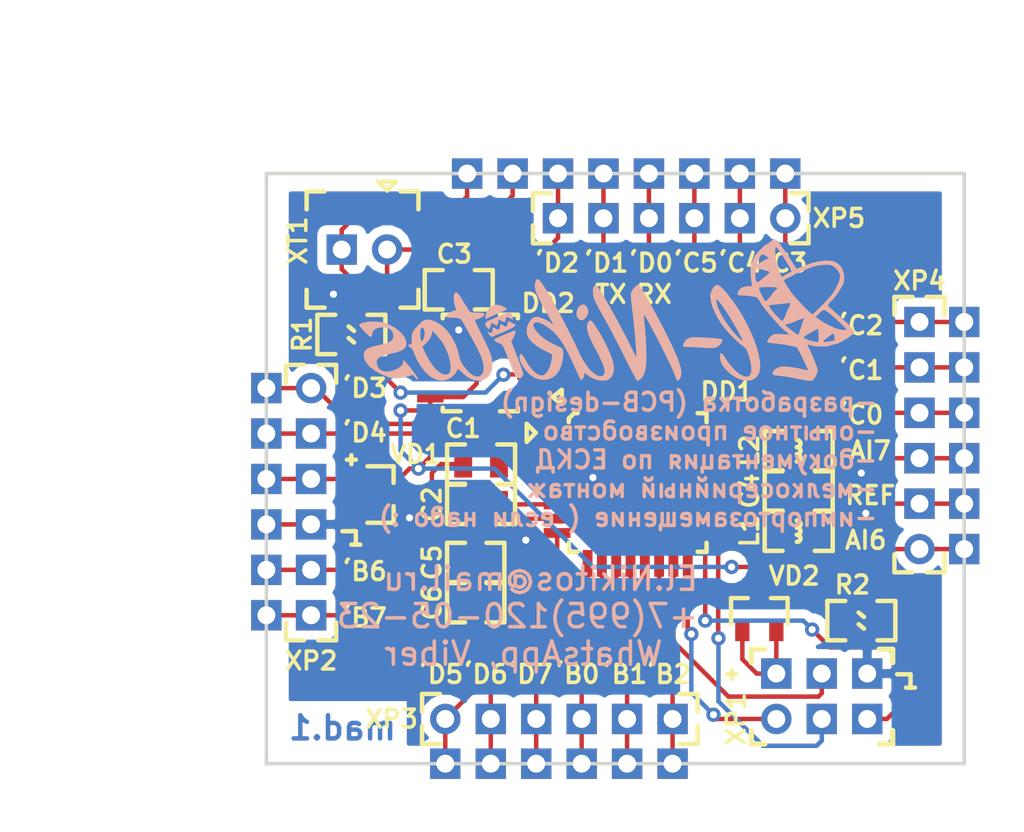
<source format=kicad_pcb>
(kicad_pcb (version 20171130) (host pcbnew "(5.0.0)")

  (general
    (thickness 1.6)
    (drawings 45)
    (tracks 349)
    (zones 0)
    (modules 25)
    (nets 35)
  )

  (page A4)
  (layers
    (0 F.Cu signal)
    (31 B.Cu signal)
    (32 B.Adhes user)
    (33 F.Adhes user)
    (34 B.Paste user)
    (35 F.Paste user)
    (36 B.SilkS user)
    (37 F.SilkS user)
    (38 B.Mask user)
    (39 F.Mask user)
    (40 Dwgs.User user)
    (41 Cmts.User user)
    (42 Eco1.User user)
    (43 Eco2.User user)
    (44 Edge.Cuts user)
    (45 Margin user)
    (46 B.CrtYd user)
    (47 F.CrtYd user)
    (48 B.Fab user)
    (49 F.Fab user)
  )

  (setup
    (last_trace_width 0.25)
    (trace_clearance 0.2)
    (zone_clearance 0.5)
    (zone_45_only no)
    (trace_min 0.2)
    (segment_width 0.25)
    (edge_width 0.15)
    (via_size 0.8)
    (via_drill 0.4)
    (via_min_size 0.4)
    (via_min_drill 0.3)
    (uvia_size 0.3)
    (uvia_drill 0.1)
    (uvias_allowed no)
    (uvia_min_size 0.2)
    (uvia_min_drill 0.1)
    (pcb_text_width 0.3)
    (pcb_text_size 1.5 1.5)
    (mod_edge_width 0.15)
    (mod_text_size 1 1)
    (mod_text_width 0.15)
    (pad_size 1.7 1.7)
    (pad_drill 1)
    (pad_to_mask_clearance 0.05)
    (solder_mask_min_width 0.2)
    (aux_axis_origin 0 0)
    (visible_elements 7FFFFFFF)
    (pcbplotparams
      (layerselection 0x010f0_ffffffff)
      (usegerberextensions false)
      (usegerberattributes false)
      (usegerberadvancedattributes false)
      (creategerberjobfile false)
      (excludeedgelayer true)
      (linewidth 0.100000)
      (plotframeref false)
      (viasonmask false)
      (mode 1)
      (useauxorigin false)
      (hpglpennumber 1)
      (hpglpenspeed 20)
      (hpglpendiameter 15.000000)
      (psnegative false)
      (psa4output false)
      (plotreference true)
      (plotvalue true)
      (plotinvisibletext false)
      (padsonsilk false)
      (subtractmaskfromsilk false)
      (outputformat 1)
      (mirror false)
      (drillshape 0)
      (scaleselection 1)
      (outputdirectory "GERBER/"))
  )

  (net 0 "")
  (net 1 /VCC)
  (net 2 /GND)
  (net 3 /AREF)
  (net 4 /PB6)
  (net 5 /PB7)
  (net 6 /MOSI)
  (net 7 /MISO)
  (net 8 /SCK)
  (net 9 /A_VCC)
  (net 10 /A_GND)
  (net 11 /RES)
  (net 12 /RX)
  (net 13 /TX)
  (net 14 /EN)
  (net 15 /RS_A)
  (net 16 /RS_B)
  (net 17 /VCC_IN)
  (net 18 /VCC_prog)
  (net 19 /PD5)
  (net 20 /PD6)
  (net 21 /PD7)
  (net 22 /PB0)
  (net 23 /PB1)
  (net 24 /PB2)
  (net 25 /PD4)
  (net 26 /PD3)
  (net 27 /PC5)
  (net 28 /PC4)
  (net 29 /PC3)
  (net 30 /PC2)
  (net 31 /PC1)
  (net 32 /PC0)
  (net 33 /ADC7)
  (net 34 /ADC6)

  (net_class Default "Это класс цепей по умолчанию."
    (clearance 0.2)
    (trace_width 0.25)
    (via_dia 0.8)
    (via_drill 0.4)
    (uvia_dia 0.3)
    (uvia_drill 0.1)
    (add_net /ADC6)
    (add_net /ADC7)
    (add_net /AREF)
    (add_net /A_GND)
    (add_net /A_VCC)
    (add_net /EN)
    (add_net /GND)
    (add_net /MISO)
    (add_net /MOSI)
    (add_net /PB0)
    (add_net /PB1)
    (add_net /PB2)
    (add_net /PB6)
    (add_net /PB7)
    (add_net /PC0)
    (add_net /PC1)
    (add_net /PC2)
    (add_net /PC3)
    (add_net /PC4)
    (add_net /PC5)
    (add_net /PD3)
    (add_net /PD4)
    (add_net /PD5)
    (add_net /PD6)
    (add_net /PD7)
    (add_net /RES)
    (add_net /RS_A)
    (add_net /RS_B)
    (add_net /RX)
    (add_net /SCK)
    (add_net /TX)
    (add_net /VCC)
    (add_net /VCC_IN)
    (add_net /VCC_prog)
  )

  (module N_X:Полуотверстия_8_шт (layer F.Cu) (tedit 5C5F2E1E) (tstamp 5C5F533E)
    (at 78.75 44 180)
    (path /5C5F8C20)
    (fp_text reference X4 (at -2.4 0.1 180) (layer F.SilkS) hide
      (effects (font (size 1 1) (thickness 0.2)))
    )
    (fp_text value Вилка_PLS8 (at 10.16 2.5 180) (layer F.Fab)
      (effects (font (size 1 1) (thickness 0.15)))
    )
    (pad 8 thru_hole rect (at 17.78 0 180) (size 1.7 1.7) (drill 1) (layers *.Cu *.Mask)
      (net 16 /RS_B))
    (pad 7 thru_hole rect (at 15.24 0 180) (size 1.7 1.7) (drill 1) (layers *.Cu *.Mask)
      (net 15 /RS_A))
    (pad 6 thru_hole rect (at 12.7 0 180) (size 1.7 1.7) (drill 1) (layers *.Cu *.Mask)
      (net 14 /EN))
    (pad 5 thru_hole rect (at 10.16 0 180) (size 1.7 1.7) (drill 1) (layers *.Cu *.Mask)
      (net 13 /TX))
    (pad 4 thru_hole rect (at 7.62 0 180) (size 1.7 1.7) (drill 1) (layers *.Cu *.Mask)
      (net 12 /RX))
    (pad 3 thru_hole rect (at 5.08 0 180) (size 1.7 1.7) (drill 1) (layers *.Cu *.Mask)
      (net 27 /PC5))
    (pad 2 thru_hole rect (at 2.54 0 180) (size 1.7 1.7) (drill 1) (layers *.Cu *.Mask)
      (net 28 /PC4))
    (pad 1 thru_hole rect (at 0 0 180) (size 1.7 1.7) (drill 1) (layers *.Cu *.Mask)
      (net 29 /PC3))
  )

  (module N_DD:SO-8 (layer F.Cu) (tedit 5C5F1741) (tstamp 5C5F3D76)
    (at 61.706 54.595 90)
    (descr "SO-8 Surface Mount Small Outline 150mil 8pin Package")
    (tags "Power Integrations D Package")
    (path /5C5F0849)
    (fp_text reference DD2 (at 3.345 3.794 180) (layer F.SilkS)
      (effects (font (size 1 1) (thickness 0.2)))
    )
    (fp_text value "5559ИН10_28(UART-RS485)" (at 0 0 90) (layer F.Fab)
      (effects (font (size 1 1) (thickness 0.15)))
    )
    (fp_line (start -1.5 4.55) (end -2.3 4.55) (layer F.SilkS) (width 0.25))
    (fp_line (start -1.9 4.05) (end -1.5 4.55) (layer F.SilkS) (width 0.25))
    (fp_line (start -1.9 4.05) (end -2.3 4.55) (layer F.SilkS) (width 0.25))
    (fp_line (start -2.7 2.1) (end -2.7 1.1) (layer F.SilkS) (width 0.25))
    (fp_line (start -2.5 2.1) (end -2.7 2.1) (layer F.SilkS) (width 0.25))
    (fp_line (start -2.7 -2.1) (end -2.7 -1.1) (layer F.SilkS) (width 0.25))
    (fp_line (start -2.5 -2.1) (end -2.7 -2.1) (layer F.SilkS) (width 0.25))
    (fp_line (start 2.7 -2.1) (end 2.7 -1.1) (layer F.SilkS) (width 0.25))
    (fp_line (start 2.5 -2.1) (end 2.7 -2.1) (layer F.SilkS) (width 0.25))
    (fp_line (start 2.7 2.1) (end 2.7 1.1) (layer F.SilkS) (width 0.25))
    (fp_line (start 2.5 2.1) (end 2.7 2.1) (layer F.SilkS) (width 0.25))
    (pad 8 smd rect (at -1.905 -2.794 90) (size 0.6096 1.4732) (layers F.Cu F.Paste F.Mask)
      (net 1 /VCC))
    (pad 7 smd rect (at -0.635 -2.794 90) (size 0.6096 1.4732) (layers F.Cu F.Paste F.Mask)
      (net 16 /RS_B))
    (pad 6 smd rect (at 0.635 -2.794 90) (size 0.6096 1.4732) (layers F.Cu F.Paste F.Mask)
      (net 15 /RS_A))
    (pad 5 smd rect (at 1.905 -2.794 90) (size 0.6096 1.4732) (layers F.Cu F.Paste F.Mask)
      (net 2 /GND))
    (pad 4 smd rect (at 1.905 2.794 90) (size 0.6096 1.4732) (layers F.Cu F.Paste F.Mask)
      (net 13 /TX))
    (pad 3 smd rect (at 0.635 2.794 90) (size 0.6096 1.4732) (layers F.Cu F.Paste F.Mask)
      (net 14 /EN))
    (pad 2 smd rect (at -0.635 2.794 90) (size 0.6096 1.4732) (layers F.Cu F.Paste F.Mask)
      (net 14 /EN))
    (pad 1 smd rect (at -1.905 2.794 90) (size 0.6096 1.4732) (layers F.Cu F.Paste F.Mask)
      (net 12 /RX))
    (model ${N_3D}/SO-8.step
      (offset (xyz -1.9 -2.6 0))
      (scale (xyz 1 1 1))
      (rotate (xyz -90 0 -90))
    )
  )

  (module N_DD:микросхема_ATMEGA-8-161AU (layer F.Cu) (tedit 5C5F16B7) (tstamp 5C5F2CCD)
    (at 66.25 58.5)
    (path /5C5F07B0)
    (fp_text reference DD1 (at 9.25 -2.3 180) (layer F.SilkS)
      (effects (font (size 1 1) (thickness 0.2)))
    )
    (fp_text value ATmega8A-AU (at 4.17 8.72) (layer F.Fab)
      (effects (font (size 1 1) (thickness 0.15)))
    )
    (fp_line (start -1.95 -0.5) (end -1.95 0.5) (layer F.SilkS) (width 0.25))
    (fp_line (start -1.95 -0.5) (end -1.45 0) (layer F.SilkS) (width 0.25))
    (fp_line (start -1.45 0) (end -1.95 0.5) (layer F.SilkS) (width 0.25))
    (fp_line (start 0.7 -1.1) (end 0.9 -1.1) (layer F.SilkS) (width 0.25))
    (fp_line (start 0.4 -0.8) (end 0.4 -0.6) (layer F.SilkS) (width 0.25))
    (fp_line (start 8.1 -1.1) (end 7.6 -1.1) (layer F.SilkS) (width 0.25))
    (fp_line (start 8.1 -1.1) (end 8.1 -0.6) (layer F.SilkS) (width 0.25))
    (fp_line (start 8.1 6.65) (end 8.1 6.15) (layer F.SilkS) (width 0.25))
    (fp_line (start 8.1 6.65) (end 7.6 6.65) (layer F.SilkS) (width 0.25))
    (fp_line (start 0.4 6.65) (end 0.4 6.15) (layer F.SilkS) (width 0.25))
    (fp_line (start 0.4 6.65) (end 0.9 6.65) (layer F.SilkS) (width 0.25))
    (fp_line (start 0.4 -0.8) (end 0.7 -1.1) (layer F.SilkS) (width 0.25))
    (pad 32 smd rect (at 1.45 -1.75 90) (size 1.5 0.55) (layers F.Cu F.Paste F.Mask)
      (net 14 /EN))
    (pad 31 smd rect (at 2.25 -1.75 90) (size 1.5 0.55) (layers F.Cu F.Paste F.Mask)
      (net 13 /TX))
    (pad 30 smd rect (at 3.05 -1.75 90) (size 1.5 0.55) (layers F.Cu F.Paste F.Mask)
      (net 12 /RX))
    (pad 29 smd rect (at 3.85 -1.75 90) (size 1.5 0.55) (layers F.Cu F.Paste F.Mask)
      (net 11 /RES))
    (pad 28 smd rect (at 4.65 -1.75 90) (size 1.5 0.55) (layers F.Cu F.Paste F.Mask)
      (net 27 /PC5))
    (pad 27 smd rect (at 5.45 -1.75 90) (size 1.5 0.55) (layers F.Cu F.Paste F.Mask)
      (net 28 /PC4))
    (pad 26 smd rect (at 6.25 -1.75 90) (size 1.5 0.55) (layers F.Cu F.Paste F.Mask)
      (net 29 /PC3))
    (pad 25 smd rect (at 7.05 -1.75 90) (size 1.5 0.55) (layers F.Cu F.Paste F.Mask)
      (net 30 /PC2))
    (pad 24 smd rect (at 8.75 0) (size 1.5 0.55) (layers F.Cu F.Paste F.Mask)
      (net 31 /PC1))
    (pad 23 smd rect (at 8.75 0.8) (size 1.5 0.55) (layers F.Cu F.Paste F.Mask)
      (net 32 /PC0))
    (pad 22 smd rect (at 8.75 1.6) (size 1.5 0.55) (layers F.Cu F.Paste F.Mask)
      (net 33 /ADC7))
    (pad 21 smd rect (at 8.75 2.4) (size 1.5 0.55) (layers F.Cu F.Paste F.Mask)
      (net 10 /A_GND))
    (pad 20 smd rect (at 8.75 3.2) (size 1.5 0.55) (layers F.Cu F.Paste F.Mask)
      (net 3 /AREF))
    (pad 19 smd rect (at 8.75 4) (size 1.5 0.55) (layers F.Cu F.Paste F.Mask)
      (net 34 /ADC6))
    (pad 18 smd rect (at 8.75 4.8) (size 1.5 0.55) (layers F.Cu F.Paste F.Mask)
      (net 9 /A_VCC))
    (pad 17 smd rect (at 8.75 5.6) (size 1.5 0.55) (layers F.Cu F.Paste F.Mask)
      (net 8 /SCK))
    (pad 16 smd rect (at 7.05 7.3 90) (size 1.5 0.55) (layers F.Cu F.Paste F.Mask)
      (net 7 /MISO))
    (pad 15 smd rect (at 6.25 7.3 90) (size 1.5 0.55) (layers F.Cu F.Paste F.Mask)
      (net 6 /MOSI))
    (pad 14 smd rect (at 5.45 7.3 90) (size 1.5 0.55) (layers F.Cu F.Paste F.Mask)
      (net 24 /PB2))
    (pad 13 smd rect (at 4.65 7.3 90) (size 1.5 0.55) (layers F.Cu F.Paste F.Mask)
      (net 23 /PB1))
    (pad 12 smd rect (at 3.85 7.3 90) (size 1.5 0.55) (layers F.Cu F.Paste F.Mask)
      (net 22 /PB0))
    (pad 11 smd rect (at 3.05 7.3 90) (size 1.5 0.55) (layers F.Cu F.Paste F.Mask)
      (net 21 /PD7))
    (pad 10 smd rect (at 2.25 7.3 90) (size 1.5 0.55) (layers F.Cu F.Paste F.Mask)
      (net 20 /PD6))
    (pad 9 smd rect (at 1.45 7.3 90) (size 1.5 0.55) (layers F.Cu F.Paste F.Mask)
      (net 19 /PD5))
    (pad 8 smd rect (at -0.25 5.6) (size 1.5 0.55) (layers F.Cu F.Paste F.Mask)
      (net 5 /PB7))
    (pad 7 smd rect (at -0.25 4.8) (size 1.5 0.55) (layers F.Cu F.Paste F.Mask)
      (net 4 /PB6))
    (pad 6 smd rect (at -0.25 4) (size 1.5 0.55) (layers F.Cu F.Paste F.Mask)
      (net 1 /VCC))
    (pad 5 smd rect (at -0.25 3.2) (size 1.5 0.55) (layers F.Cu F.Paste F.Mask)
      (net 2 /GND))
    (pad 4 smd rect (at -0.25 2.4) (size 1.5 0.55) (layers F.Cu F.Paste F.Mask)
      (net 1 /VCC))
    (pad 3 smd rect (at -0.25 1.6) (size 1.5 0.55) (layers F.Cu F.Paste F.Mask)
      (net 2 /GND))
    (pad 2 smd rect (at -0.25 0.8) (size 1.5 0.55) (layers F.Cu F.Paste F.Mask)
      (net 25 /PD4))
    (pad 1 smd rect (at -0.25 0) (size 1.5 0.55) (layers F.Cu F.Paste F.Mask)
      (net 26 /PD3))
    (model "${N_3D}/atmega8 (tqfp32)_V2008.step"
      (offset (xyz 3.1 -1.6 0.5))
      (scale (xyz 1 1 1))
      (rotate (xyz -90 0 0))
    )
  )

  (module N_RLC:Конденсатор_SMD_0805 (layer F.Cu) (tedit 5C5F099F) (tstamp 5C5F47B4)
    (at 60.75 60.25)
    (path /5C5F0AF7)
    (fp_text reference C1 (at 0 -2 180) (layer F.SilkS)
      (effects (font (size 1 1) (thickness 0.2)))
    )
    (fp_text value 10uF_0805 (at 1.29 2.09) (layer F.Fab) hide
      (effects (font (size 2 1.6) (thickness 0.3)))
    )
    (fp_line (start -0.9 -1.1) (end 0.1 -1.1) (layer F.SilkS) (width 0.25))
    (fp_line (start 2.9 -1.1) (end 1.9 -1.1) (layer F.SilkS) (width 0.25))
    (fp_line (start 2.9 1.1) (end 1.9 1.1) (layer F.SilkS) (width 0.25))
    (fp_line (start -0.9 1.1) (end 0.1 1.1) (layer F.SilkS) (width 0.25))
    (fp_line (start 2.9 -1.1) (end 2.9 1.1) (layer F.SilkS) (width 0.25))
    (fp_line (start -0.9 1.1) (end -0.9 -1.1) (layer F.SilkS) (width 0.25))
    (pad 2 smd rect (at 2 0) (size 1 1.5) (layers F.Cu F.Paste F.Mask)
      (net 1 /VCC) (clearance 0.2))
    (pad 1 smd rect (at 0 0) (size 1 1.5) (layers F.Cu F.Paste F.Mask)
      (net 2 /GND) (clearance 0.2))
    (model ${N_3D}/Res_0805.stp
      (offset (xyz 0.05 0.61 0))
      (scale (xyz 1 1 1))
      (rotate (xyz 0 0 90))
    )
  )

  (module N_RLC:Конденсатор_SMD_0805 (layer F.Cu) (tedit 5C5F099F) (tstamp 5C5F47D5)
    (at 60.75 62.5)
    (path /5C5F2A52)
    (fp_text reference C2 (at -1.75 0 90) (layer F.SilkS)
      (effects (font (size 1 1) (thickness 0.2)))
    )
    (fp_text value 10uF_0805 (at 1.29 2.09) (layer F.Fab) hide
      (effects (font (size 2 1.6) (thickness 0.3)))
    )
    (fp_line (start -0.9 1.1) (end -0.9 -1.1) (layer F.SilkS) (width 0.25))
    (fp_line (start 2.9 -1.1) (end 2.9 1.1) (layer F.SilkS) (width 0.25))
    (fp_line (start -0.9 1.1) (end 0.1 1.1) (layer F.SilkS) (width 0.25))
    (fp_line (start 2.9 1.1) (end 1.9 1.1) (layer F.SilkS) (width 0.25))
    (fp_line (start 2.9 -1.1) (end 1.9 -1.1) (layer F.SilkS) (width 0.25))
    (fp_line (start -0.9 -1.1) (end 0.1 -1.1) (layer F.SilkS) (width 0.25))
    (pad 1 smd rect (at 0 0) (size 1 1.5) (layers F.Cu F.Paste F.Mask)
      (net 2 /GND) (clearance 0.2))
    (pad 2 smd rect (at 2 0) (size 1 1.5) (layers F.Cu F.Paste F.Mask)
      (net 1 /VCC) (clearance 0.2))
    (model ${N_3D}/Res_0805.stp
      (offset (xyz 0.05 0.61 0))
      (scale (xyz 1 1 1))
      (rotate (xyz 0 0 90))
    )
  )

  (module N_RLC:Конденсатор_SMD_0805 (layer F.Cu) (tedit 5C5F099F) (tstamp 5C5F2C79)
    (at 59.5 50.5)
    (path /5C5F4486)
    (fp_text reference C3 (at 0.75 -2) (layer F.SilkS)
      (effects (font (size 1 1) (thickness 0.2)))
    )
    (fp_text value 10uF_0805 (at 1.29 2.09) (layer F.Fab) hide
      (effects (font (size 2 1.6) (thickness 0.3)))
    )
    (fp_line (start -0.9 -1.1) (end 0.1 -1.1) (layer F.SilkS) (width 0.25))
    (fp_line (start 2.9 -1.1) (end 1.9 -1.1) (layer F.SilkS) (width 0.25))
    (fp_line (start 2.9 1.1) (end 1.9 1.1) (layer F.SilkS) (width 0.25))
    (fp_line (start -0.9 1.1) (end 0.1 1.1) (layer F.SilkS) (width 0.25))
    (fp_line (start 2.9 -1.1) (end 2.9 1.1) (layer F.SilkS) (width 0.25))
    (fp_line (start -0.9 1.1) (end -0.9 -1.1) (layer F.SilkS) (width 0.25))
    (pad 2 smd rect (at 2 0) (size 1 1.5) (layers F.Cu F.Paste F.Mask)
      (net 1 /VCC) (clearance 0.2))
    (pad 1 smd rect (at 0 0) (size 1 1.5) (layers F.Cu F.Paste F.Mask)
      (net 2 /GND) (clearance 0.2))
    (model ${N_3D}/Res_0805.stp
      (offset (xyz 0.05 0.61 0))
      (scale (xyz 1 1 1))
      (rotate (xyz 0 0 90))
    )
  )

  (module N_RLC:Конденсатор_SMD_0805 (layer F.Cu) (tedit 5C5F099F) (tstamp 5C5F2C85)
    (at 80.5 61.75 180)
    (path /5C606024)
    (fp_text reference C4 (at 3.75 0 270) (layer F.SilkS)
      (effects (font (size 1 1) (thickness 0.2)))
    )
    (fp_text value 10uF_0805 (at 1.29 2.09 180) (layer F.Fab) hide
      (effects (font (size 2 1.6) (thickness 0.3)))
    )
    (fp_line (start -0.9 1.1) (end -0.9 -1.1) (layer F.SilkS) (width 0.25))
    (fp_line (start 2.9 -1.1) (end 2.9 1.1) (layer F.SilkS) (width 0.25))
    (fp_line (start -0.9 1.1) (end 0.1 1.1) (layer F.SilkS) (width 0.25))
    (fp_line (start 2.9 1.1) (end 1.9 1.1) (layer F.SilkS) (width 0.25))
    (fp_line (start 2.9 -1.1) (end 1.9 -1.1) (layer F.SilkS) (width 0.25))
    (fp_line (start -0.9 -1.1) (end 0.1 -1.1) (layer F.SilkS) (width 0.25))
    (pad 1 smd rect (at 0 0 180) (size 1 1.5) (layers F.Cu F.Paste F.Mask)
      (net 2 /GND) (clearance 0.2))
    (pad 2 smd rect (at 2 0 180) (size 1 1.5) (layers F.Cu F.Paste F.Mask)
      (net 3 /AREF) (clearance 0.2))
    (model ${N_3D}/Res_0805.stp
      (offset (xyz 0.05 0.61 0))
      (scale (xyz 1 1 1))
      (rotate (xyz 0 0 90))
    )
  )

  (module N_RLC:Конденсатор_SMD_0603 (layer F.Cu) (tedit 5C5F0AC4) (tstamp 5C5F2C91)
    (at 62.25 65.75 180)
    (path /5C5F0C28)
    (fp_text reference C5 (at 3.25 0 270) (layer F.SilkS)
      (effects (font (size 1 1) (thickness 0.2)))
    )
    (fp_text value 0603 (at 0.1524 2.5146 180) (layer F.Fab)
      (effects (font (size 1 1) (thickness 0.15)))
    )
    (fp_line (start -0.8 -1.1) (end 0.2 -1.1) (layer F.SilkS) (width 0.25))
    (fp_line (start -0.8 -1.1) (end -0.8 1.1) (layer F.SilkS) (width 0.25))
    (fp_line (start -0.8 1.1) (end 0.2 1.1) (layer F.SilkS) (width 0.25))
    (fp_line (start 2.4 -1.1) (end 2.4 1.1) (layer F.SilkS) (width 0.25))
    (fp_line (start 2.4 -1.1) (end 1.4 -1.1) (layer F.SilkS) (width 0.25))
    (fp_line (start 2.4 1.1) (end 1.4 1.1) (layer F.SilkS) (width 0.25))
    (pad 1 smd rect (at 0 0 180) (size 0.75 1.5) (layers F.Cu F.Paste F.Mask)
      (net 2 /GND) (clearance 0.2))
    (pad 2 smd rect (at 1.5 0 180) (size 0.75 1.5) (layers F.Cu F.Paste F.Mask)
      (net 4 /PB6) (clearance 0.2))
    (model ${N_3D}/CAP_0603.stp
      (offset (xyz 0 -0.5 0))
      (scale (xyz 1 1 1))
      (rotate (xyz 0 90 90))
    )
  )

  (module N_RLC:Конденсатор_SMD_0603 (layer F.Cu) (tedit 5C5F0AC4) (tstamp 5C5F2C9D)
    (at 62.25 68 180)
    (path /5C600BF9)
    (fp_text reference C6 (at 3.25 0 270) (layer F.SilkS)
      (effects (font (size 1 1) (thickness 0.2)))
    )
    (fp_text value 0603 (at 0.1524 2.5146 180) (layer F.Fab)
      (effects (font (size 1 1) (thickness 0.15)))
    )
    (fp_line (start 2.4 1.1) (end 1.4 1.1) (layer F.SilkS) (width 0.25))
    (fp_line (start 2.4 -1.1) (end 1.4 -1.1) (layer F.SilkS) (width 0.25))
    (fp_line (start 2.4 -1.1) (end 2.4 1.1) (layer F.SilkS) (width 0.25))
    (fp_line (start -0.8 1.1) (end 0.2 1.1) (layer F.SilkS) (width 0.25))
    (fp_line (start -0.8 -1.1) (end -0.8 1.1) (layer F.SilkS) (width 0.25))
    (fp_line (start -0.8 -1.1) (end 0.2 -1.1) (layer F.SilkS) (width 0.25))
    (pad 2 smd rect (at 1.5 0 180) (size 0.75 1.5) (layers F.Cu F.Paste F.Mask)
      (net 5 /PB7) (clearance 0.2))
    (pad 1 smd rect (at 0 0 180) (size 0.75 1.5) (layers F.Cu F.Paste F.Mask)
      (net 2 /GND) (clearance 0.2))
    (model ${N_3D}/CAP_0603.stp
      (offset (xyz 0 -0.5 0))
      (scale (xyz 1 1 1))
      (rotate (xyz 0 90 90))
    )
  )

  (module N_RLC:Чип-индуктивность_SMD_0805 (layer F.Cu) (tedit 5C5F0EA3) (tstamp 5C5F2CF6)
    (at 78.5 64)
    (path /5C60B1BC)
    (fp_text reference L1 (at -1.75 0 90) (layer F.SilkS)
      (effects (font (size 1 1) (thickness 0.2)))
    )
    (fp_text value 10uH_0805 (at 1.29 2.09) (layer F.Fab)
      (effects (font (size 2 1.6) (thickness 0.3)))
    )
    (fp_arc (start 0.9 -0.4) (end 1.1 -0.4) (angle 90) (layer F.SilkS) (width 0.25))
    (fp_arc (start 0.9 -0.4) (end 0.9 -0.6) (angle 90) (layer F.SilkS) (width 0.25))
    (fp_arc (start 0.9 0) (end 0.9 -0.2) (angle 90) (layer F.SilkS) (width 0.25))
    (fp_arc (start 0.9 0) (end 1.1 0) (angle 90) (layer F.SilkS) (width 0.25))
    (fp_arc (start 0.9 0.4) (end 0.9 0.2) (angle 90) (layer F.SilkS) (width 0.25))
    (fp_arc (start 0.9 0.4) (end 1.1 0.4) (angle 90) (layer F.SilkS) (width 0.25))
    (fp_line (start -0.9 1.1) (end -0.9 -1.1) (layer F.SilkS) (width 0.25))
    (fp_line (start 2.9 -1.1) (end 2.9 1.1) (layer F.SilkS) (width 0.25))
    (fp_line (start -0.9 1.1) (end 0.1 1.1) (layer F.SilkS) (width 0.25))
    (fp_line (start 2.9 1.1) (end 1.9 1.1) (layer F.SilkS) (width 0.25))
    (fp_line (start 2.9 -1.1) (end 1.9 -1.1) (layer F.SilkS) (width 0.25))
    (fp_line (start -0.9 -1.1) (end 0.1 -1.1) (layer F.SilkS) (width 0.25))
    (pad 1 smd rect (at 0 0) (size 1 1.5) (layers F.Cu F.Paste F.Mask)
      (net 9 /A_VCC) (clearance 0.2))
    (pad 2 smd rect (at 2 0) (size 1 1.5) (layers F.Cu F.Paste F.Mask)
      (net 1 /VCC) (clearance 0.2))
    (model ${N_3D}/Res_0805.stp
      (offset (xyz 0 0.63 0))
      (scale (xyz 1 1 1))
      (rotate (xyz 0 0 90))
    )
  )

  (module N_RLC:Чип-индуктивность_SMD_0805 (layer F.Cu) (tedit 5C5F0EA3) (tstamp 5C5F2D08)
    (at 78.5 59.5)
    (path /5C64F8F4)
    (fp_text reference L2 (at -1.75 0 90) (layer F.SilkS)
      (effects (font (size 1 1) (thickness 0.2)))
    )
    (fp_text value 10uH_0805 (at 1.29 2.09) (layer F.Fab)
      (effects (font (size 2 1.6) (thickness 0.3)))
    )
    (fp_line (start -0.9 -1.1) (end 0.1 -1.1) (layer F.SilkS) (width 0.25))
    (fp_line (start 2.9 -1.1) (end 1.9 -1.1) (layer F.SilkS) (width 0.25))
    (fp_line (start 2.9 1.1) (end 1.9 1.1) (layer F.SilkS) (width 0.25))
    (fp_line (start -0.9 1.1) (end 0.1 1.1) (layer F.SilkS) (width 0.25))
    (fp_line (start 2.9 -1.1) (end 2.9 1.1) (layer F.SilkS) (width 0.25))
    (fp_line (start -0.9 1.1) (end -0.9 -1.1) (layer F.SilkS) (width 0.25))
    (fp_arc (start 0.9 0.4) (end 1.1 0.4) (angle 90) (layer F.SilkS) (width 0.25))
    (fp_arc (start 0.9 0.4) (end 0.9 0.2) (angle 90) (layer F.SilkS) (width 0.25))
    (fp_arc (start 0.9 0) (end 1.1 0) (angle 90) (layer F.SilkS) (width 0.25))
    (fp_arc (start 0.9 0) (end 0.9 -0.2) (angle 90) (layer F.SilkS) (width 0.25))
    (fp_arc (start 0.9 -0.4) (end 0.9 -0.6) (angle 90) (layer F.SilkS) (width 0.25))
    (fp_arc (start 0.9 -0.4) (end 1.1 -0.4) (angle 90) (layer F.SilkS) (width 0.25))
    (pad 2 smd rect (at 2 0) (size 1 1.5) (layers F.Cu F.Paste F.Mask)
      (net 2 /GND) (clearance 0.2))
    (pad 1 smd rect (at 0 0) (size 1 1.5) (layers F.Cu F.Paste F.Mask)
      (net 10 /A_GND) (clearance 0.2))
    (model ${N_3D}/Res_0805.stp
      (offset (xyz 0 0.63 0))
      (scale (xyz 1 1 1))
      (rotate (xyz 0 0 90))
    )
  )

  (module N_RLC:Резистор_SMD_0805_0,125Вт (layer F.Cu) (tedit 5C5F094A) (tstamp 5C5F2D16)
    (at 55.5 53 180)
    (path /5C5F723F)
    (fp_text reference R1 (at 3.75 0 270) (layer F.SilkS)
      (effects (font (size 1 1) (thickness 0.2)))
    )
    (fp_text value 20k_0805 (at 1.29 2.09 180) (layer F.Fab) hide
      (effects (font (size 2 1.6) (thickness 0.3)))
    )
    (fp_line (start 0.85 0.2) (end 1.15 0.45) (layer F.SilkS) (width 0.25))
    (fp_line (start 0.85 -0.45) (end 1.15 -0.2) (layer F.SilkS) (width 0.25))
    (fp_line (start -0.9 1.1) (end -0.9 -1.1) (layer F.SilkS) (width 0.25))
    (fp_line (start 2.9 -1.1) (end 2.9 1.1) (layer F.SilkS) (width 0.25))
    (fp_line (start -0.9 1.1) (end 0.1 1.1) (layer F.SilkS) (width 0.25))
    (fp_line (start 2.9 1.1) (end 1.9 1.1) (layer F.SilkS) (width 0.25))
    (fp_line (start 2.9 -1.1) (end 1.9 -1.1) (layer F.SilkS) (width 0.25))
    (fp_line (start -0.9 -1.1) (end 0.1 -1.1) (layer F.SilkS) (width 0.25))
    (pad 1 smd rect (at 0 0 180) (size 1 1.5) (layers F.Cu F.Paste F.Mask)
      (net 14 /EN) (clearance 0.2))
    (pad 2 smd rect (at 2 0 180) (size 1 1.5) (layers F.Cu F.Paste F.Mask)
      (net 2 /GND) (clearance 0.2))
    (model ${N_3D}/Res_0805.stp
      (offset (xyz 0.05 0.61 0))
      (scale (xyz 1 1 1))
      (rotate (xyz 0 0 90))
    )
  )

  (module N_RLC:Резистор_SMD_0805_0,125Вт (layer F.Cu) (tedit 5C5F094A) (tstamp 5C5F7553)
    (at 84 69 180)
    (path /5C5F09C9)
    (fp_text reference R2 (at 1.5 2 180) (layer F.SilkS)
      (effects (font (size 1 1) (thickness 0.2)))
    )
    (fp_text value 20k_0805 (at 1.29 2.09 180) (layer F.Fab) hide
      (effects (font (size 2 1.6) (thickness 0.3)))
    )
    (fp_line (start -0.9 -1.1) (end 0.1 -1.1) (layer F.SilkS) (width 0.25))
    (fp_line (start 2.9 -1.1) (end 1.9 -1.1) (layer F.SilkS) (width 0.25))
    (fp_line (start 2.9 1.1) (end 1.9 1.1) (layer F.SilkS) (width 0.25))
    (fp_line (start -0.9 1.1) (end 0.1 1.1) (layer F.SilkS) (width 0.25))
    (fp_line (start 2.9 -1.1) (end 2.9 1.1) (layer F.SilkS) (width 0.25))
    (fp_line (start -0.9 1.1) (end -0.9 -1.1) (layer F.SilkS) (width 0.25))
    (fp_line (start 0.85 -0.45) (end 1.15 -0.2) (layer F.SilkS) (width 0.25))
    (fp_line (start 0.85 0.2) (end 1.15 0.45) (layer F.SilkS) (width 0.25))
    (pad 2 smd rect (at 2 0 180) (size 1 1.5) (layers F.Cu F.Paste F.Mask)
      (net 1 /VCC) (clearance 0.2))
    (pad 1 smd rect (at 0 0 180) (size 1 1.5) (layers F.Cu F.Paste F.Mask)
      (net 11 /RES) (clearance 0.2))
    (model ${N_3D}/Res_0805.stp
      (offset (xyz 0.05 0.61 0))
      (scale (xyz 1 1 1))
      (rotate (xyz 0 0 90))
    )
  )

  (module N_VD_HL:Диод_BAR43CFILM_SOT-23 (layer F.Cu) (tedit 5C5F0B9D) (tstamp 5C5F2D44)
    (at 56.1 61.95)
    (descr "SOT-23, Single Diode")
    (tags SOT-23)
    (path /5C5F112E)
    (attr smd)
    (fp_text reference VD1 (at 2 -2.25) (layer F.SilkS)
      (effects (font (size 1 1) (thickness 0.2)))
    )
    (fp_text value BAR43CFILM (at 0 2.5) (layer F.Fab)
      (effects (font (size 1 1) (thickness 0.15)))
    )
    (fp_text user %R (at 0 -2.5) (layer F.Fab)
      (effects (font (size 1 1) (thickness 0.15)))
    )
    (fp_line (start -0.15 -0.45) (end -0.4 -0.45) (layer F.Fab) (width 0.1))
    (fp_line (start -0.15 -0.25) (end 0.15 -0.45) (layer F.Fab) (width 0.1))
    (fp_line (start -0.15 -0.65) (end -0.15 -0.25) (layer F.Fab) (width 0.1))
    (fp_line (start 0.15 -0.45) (end -0.15 -0.65) (layer F.Fab) (width 0.1))
    (fp_line (start 0.15 -0.45) (end 0.4 -0.45) (layer F.Fab) (width 0.1))
    (fp_line (start 0.15 -0.65) (end 0.15 -0.25) (layer F.Fab) (width 0.1))
    (fp_line (start 0.76 1.58) (end 0.76 0.65) (layer F.SilkS) (width 0.25))
    (fp_line (start 0.76 -1.58) (end 0.76 -0.65) (layer F.SilkS) (width 0.25))
    (fp_line (start 0.7 -1.52) (end 0.7 1.52) (layer F.Fab) (width 0.1))
    (fp_line (start -0.7 1.52) (end 0.7 1.52) (layer F.Fab) (width 0.1))
    (fp_line (start -1.7 -1.75) (end 1.7 -1.75) (layer F.CrtYd) (width 0.05))
    (fp_line (start 1.7 -1.75) (end 1.7 1.75) (layer F.CrtYd) (width 0.05))
    (fp_line (start 1.7 1.75) (end -1.7 1.75) (layer F.CrtYd) (width 0.05))
    (fp_line (start -1.7 1.75) (end -1.7 -1.75) (layer F.CrtYd) (width 0.05))
    (fp_line (start -0.7 -1.52) (end 0.7 -1.52) (layer F.Fab) (width 0.1))
    (fp_line (start -0.7 -1.52) (end -0.7 1.52) (layer F.Fab) (width 0.1))
    (fp_line (start 0.76 1.58) (end -0.7 1.58) (layer F.SilkS) (width 0.25))
    (fp_line (start -0.15 0.65) (end 0.15 0.45) (layer F.Fab) (width 0.1))
    (fp_line (start -0.15 0.45) (end -0.4 0.45) (layer F.Fab) (width 0.1))
    (fp_line (start -0.15 0.25) (end -0.15 0.65) (layer F.Fab) (width 0.1))
    (fp_line (start 0.15 0.45) (end 0.4 0.45) (layer F.Fab) (width 0.1))
    (fp_line (start 0.15 0.45) (end -0.15 0.25) (layer F.Fab) (width 0.1))
    (fp_line (start 0.15 0.25) (end 0.15 0.65) (layer F.Fab) (width 0.1))
    (fp_line (start 0.76 -1.58) (end -0.7 -1.58) (layer F.SilkS) (width 0.25))
    (pad 1 smd rect (at -1.1 -0.95) (size 1.1 0.8) (layers F.Cu F.Paste F.Mask)
      (net 17 /VCC_IN))
    (pad 1 smd rect (at -1.1 0.95) (size 1.1 0.8) (layers F.Cu F.Paste F.Mask)
      (net 17 /VCC_IN))
    (pad 2 smd rect (at 1.1 0) (size 1.1 0.8) (layers F.Cu F.Paste F.Mask)
      (net 1 /VCC))
    (model ${N_3D}/SOT-23.step
      (offset (xyz 0 0 0.57))
      (scale (xyz 1 1 1))
      (rotate (xyz -90 0 -90))
    )
  )

  (module N_VD_HL:Диод_BAR43CFILM_SOT-23 (layer F.Cu) (tedit 5C5F0B9D) (tstamp 5C5F74BD)
    (at 77.3 68.5 90)
    (descr "SOT-23, Single Diode")
    (tags SOT-23)
    (path /5C5F12F6)
    (attr smd)
    (fp_text reference VD2 (at 2 1.95 180) (layer F.SilkS)
      (effects (font (size 1 1) (thickness 0.2)))
    )
    (fp_text value BAR43CFILM (at 0 2.5 90) (layer F.Fab)
      (effects (font (size 1 1) (thickness 0.15)))
    )
    (fp_line (start 0.76 -1.58) (end -0.7 -1.58) (layer F.SilkS) (width 0.25))
    (fp_line (start 0.15 0.25) (end 0.15 0.65) (layer F.Fab) (width 0.1))
    (fp_line (start 0.15 0.45) (end -0.15 0.25) (layer F.Fab) (width 0.1))
    (fp_line (start 0.15 0.45) (end 0.4 0.45) (layer F.Fab) (width 0.1))
    (fp_line (start -0.15 0.25) (end -0.15 0.65) (layer F.Fab) (width 0.1))
    (fp_line (start -0.15 0.45) (end -0.4 0.45) (layer F.Fab) (width 0.1))
    (fp_line (start -0.15 0.65) (end 0.15 0.45) (layer F.Fab) (width 0.1))
    (fp_line (start 0.76 1.58) (end -0.7 1.58) (layer F.SilkS) (width 0.25))
    (fp_line (start -0.7 -1.52) (end -0.7 1.52) (layer F.Fab) (width 0.1))
    (fp_line (start -0.7 -1.52) (end 0.7 -1.52) (layer F.Fab) (width 0.1))
    (fp_line (start -1.7 1.75) (end -1.7 -1.75) (layer F.CrtYd) (width 0.05))
    (fp_line (start 1.7 1.75) (end -1.7 1.75) (layer F.CrtYd) (width 0.05))
    (fp_line (start 1.7 -1.75) (end 1.7 1.75) (layer F.CrtYd) (width 0.05))
    (fp_line (start -1.7 -1.75) (end 1.7 -1.75) (layer F.CrtYd) (width 0.05))
    (fp_line (start -0.7 1.52) (end 0.7 1.52) (layer F.Fab) (width 0.1))
    (fp_line (start 0.7 -1.52) (end 0.7 1.52) (layer F.Fab) (width 0.1))
    (fp_line (start 0.76 -1.58) (end 0.76 -0.65) (layer F.SilkS) (width 0.25))
    (fp_line (start 0.76 1.58) (end 0.76 0.65) (layer F.SilkS) (width 0.25))
    (fp_line (start 0.15 -0.65) (end 0.15 -0.25) (layer F.Fab) (width 0.1))
    (fp_line (start 0.15 -0.45) (end 0.4 -0.45) (layer F.Fab) (width 0.1))
    (fp_line (start 0.15 -0.45) (end -0.15 -0.65) (layer F.Fab) (width 0.1))
    (fp_line (start -0.15 -0.65) (end -0.15 -0.25) (layer F.Fab) (width 0.1))
    (fp_line (start -0.15 -0.25) (end 0.15 -0.45) (layer F.Fab) (width 0.1))
    (fp_line (start -0.15 -0.45) (end -0.4 -0.45) (layer F.Fab) (width 0.1))
    (fp_text user %R (at 0 -2.5 90) (layer F.Fab)
      (effects (font (size 1 1) (thickness 0.15)))
    )
    (pad 2 smd rect (at 1.1 0 90) (size 1.1 0.8) (layers F.Cu F.Paste F.Mask)
      (net 1 /VCC))
    (pad 1 smd rect (at -1.1 0.95 90) (size 1.1 0.8) (layers F.Cu F.Paste F.Mask)
      (net 18 /VCC_prog))
    (pad 1 smd rect (at -1.1 -0.95 90) (size 1.1 0.8) (layers F.Cu F.Paste F.Mask)
      (net 18 /VCC_prog))
    (model ${N_3D}/SOT-23.step
      (offset (xyz 0 0 0.57))
      (scale (xyz 1 1 1))
      (rotate (xyz -90 0 -90))
    )
  )

  (module N_X:Вилка_PLD6_вертикальная (layer F.Cu) (tedit 5C293295) (tstamp 5C5F750C)
    (at 78.25 74.5)
    (path /5C5F184E)
    (fp_text reference XP1 (at -2.25 0 90) (layer F.SilkS)
      (effects (font (size 1 1) (thickness 0.2)))
    )
    (fp_text value Вилка_PLD6_ПРОГ (at 3 5.5) (layer F.Fab)
      (effects (font (size 1 1) (thickness 0.15)))
    )
    (fp_line (start -1.4 0.65) (end -1.4 1.4) (layer F.SilkS) (width 0.3))
    (fp_line (start 6.5 -3.15) (end 6.5 -3.9) (layer F.SilkS) (width 0.3))
    (fp_line (start 6.5 0.65) (end 6.5 1.4) (layer F.SilkS) (width 0.3))
    (fp_line (start -1.4 -3.9) (end -0.65 -3.9) (layer F.SilkS) (width 0.3))
    (fp_line (start -1.4 -3.9) (end -1.4 -3.15) (layer F.SilkS) (width 0.3))
    (fp_line (start -1.4 1.4) (end -0.65 1.4) (layer F.SilkS) (width 0.3))
    (fp_line (start 6.5 1.4) (end 5.75 1.4) (layer F.SilkS) (width 0.3))
    (fp_line (start 6.5 -3.9) (end 5.75 -3.9) (layer F.SilkS) (width 0.3))
    (pad 1 thru_hole circle (at 0 0) (size 1.7 1.7) (drill 1) (layers *.Cu *.Mask)
      (net 7 /MISO))
    (pad 3 thru_hole rect (at 2.54 0) (size 1.7 1.7) (drill 1) (layers *.Cu *.Mask)
      (net 8 /SCK))
    (pad 5 thru_hole rect (at 5.08 0) (size 1.7 1.7) (drill 1) (layers *.Cu *.Mask)
      (net 11 /RES))
    (pad 2 thru_hole rect (at 0 -2.54) (size 1.7 1.7) (drill 1) (layers *.Cu *.Mask)
      (net 18 /VCC_prog))
    (pad 4 thru_hole rect (at 2.54 -2.54) (size 1.7 1.7) (drill 1) (layers *.Cu *.Mask)
      (net 6 /MOSI))
    (pad 6 thru_hole rect (at 5.08 -2.54) (size 1.7 1.7) (drill 1) (layers *.Cu *.Mask)
      (net 2 /GND))
    (model ${N_3D}/single_pls1.stp
      (offset (xyz -1.25 -1.25 0))
      (scale (xyz 1 1 1))
      (rotate (xyz -90 0 0))
    )
    (model ${N_3D}/single_pls1.stp
      (offset (xyz 1.29 -1.25 0))
      (scale (xyz 1 1 1))
      (rotate (xyz -90 0 0))
    )
    (model ${N_3D}/single_pls1.stp
      (offset (xyz 3.83 -1.25 0))
      (scale (xyz 1 1 1))
      (rotate (xyz -90 0 0))
    )
    (model ${N_3D}/single_pls1.stp
      (offset (xyz -1.25 1.25 0))
      (scale (xyz 1 1 1))
      (rotate (xyz -90 0 0))
    )
    (model ${N_3D}/single_pls1.stp
      (offset (xyz 1.29 1.25 0))
      (scale (xyz 1 1 1))
      (rotate (xyz -90 0 0))
    )
    (model ${N_3D}/single_pls1.stp
      (offset (xyz 3.83 1.25 0))
      (scale (xyz 1 1 1))
      (rotate (xyz -90 0 0))
    )
  )

  (module N_X:Вилка_PLS6_вертикальная (layer F.Cu) (tedit 5C5F1297) (tstamp 5C5F36BE)
    (at 52.25 56 270)
    (path /5C61881E)
    (fp_text reference XP2 (at 15.25 0) (layer F.SilkS)
      (effects (font (size 1 1) (thickness 0.2)))
    )
    (fp_text value Вилка_PLS6 (at 7.62 2.5 270) (layer F.Fab)
      (effects (font (size 1 1) (thickness 0.15)))
    )
    (fp_line (start -1.3 -1.4) (end -0.3 -1.4) (layer F.SilkS) (width 0.25))
    (fp_line (start -1.3 -1.4) (end -1.3 -0.4) (layer F.SilkS) (width 0.25))
    (fp_line (start -1.3 0.4) (end -1.3 1.4) (layer F.SilkS) (width 0.25))
    (fp_line (start -1.3 1.4) (end -0.3 1.4) (layer F.SilkS) (width 0.25))
    (fp_line (start 13.1 -1.4) (end 14.1 -1.4) (layer F.SilkS) (width 0.25))
    (fp_line (start 14.1 0.4) (end 14.1 1.4) (layer F.SilkS) (width 0.25))
    (fp_line (start 14.1 -1.4) (end 14.1 -0.4) (layer F.SilkS) (width 0.25))
    (fp_line (start 14.1 1.4) (end 13.1 1.4) (layer F.SilkS) (width 0.25))
    (pad 1 thru_hole circle (at 0 0 270) (size 1.7 1.7) (drill 1) (layers *.Cu *.Mask)
      (net 26 /PD3))
    (pad 2 thru_hole rect (at 2.54 0 270) (size 1.7 1.7) (drill 1) (layers *.Cu *.Mask)
      (net 25 /PD4))
    (pad 3 thru_hole rect (at 5.08 0 270) (size 1.7 1.7) (drill 1) (layers *.Cu *.Mask)
      (net 17 /VCC_IN))
    (pad 4 thru_hole rect (at 7.62 0 270) (size 1.7 1.7) (drill 1) (layers *.Cu *.Mask)
      (net 2 /GND))
    (pad 5 thru_hole rect (at 10.16 0 270) (size 1.7 1.7) (drill 1) (layers *.Cu *.Mask)
      (net 4 /PB6))
    (pad 6 thru_hole rect (at 12.7 0 270) (size 1.7 1.7) (drill 1) (layers *.Cu *.Mask)
      (net 5 /PB7))
    (model ${N_3D}/single_pls1.stp
      (offset (xyz -1.25 -1.25 0))
      (scale (xyz 1 1 1))
      (rotate (xyz -90 0 0))
    )
    (model ${N_3D}/single_pls1.stp
      (offset (xyz 1.29 -1.25 0))
      (scale (xyz 1 1 1))
      (rotate (xyz -90 0 0))
    )
    (model ${N_3D}/single_pls1.stp
      (offset (xyz 3.83 -1.25 0))
      (scale (xyz 1 1 1))
      (rotate (xyz -90 0 0))
    )
    (model ${N_3D}/single_pls1.stp
      (offset (xyz 6.37 -1.25 0))
      (scale (xyz 1 1 1))
      (rotate (xyz -90 0 0))
    )
    (model ${N_3D}/single_pls1.stp
      (offset (xyz 8.91 -1.25 0))
      (scale (xyz 1 1 1))
      (rotate (xyz -90 0 0))
    )
    (model ${N_3D}/single_pls1.stp
      (offset (xyz 11.45 -1.25 0))
      (scale (xyz 1 1 1))
      (rotate (xyz -90 0 0))
    )
  )

  (module N_X:Вилка_PLS6_вертикальная (layer F.Cu) (tedit 5C5F39BE) (tstamp 5C5F5079)
    (at 59.75 74.5)
    (path /5C618999)
    (fp_text reference XP3 (at -3 0) (layer F.SilkS)
      (effects (font (size 1 1) (thickness 0.2)))
    )
    (fp_text value Вилка_PLS6 (at 7.62 2.5) (layer F.Fab)
      (effects (font (size 1 1) (thickness 0.15)))
    )
    (fp_line (start 14.1 1.4) (end 13.1 1.4) (layer F.SilkS) (width 0.25))
    (fp_line (start 14.1 -1.4) (end 14.1 -0.4) (layer F.SilkS) (width 0.25))
    (fp_line (start 14.1 0.4) (end 14.1 1.4) (layer F.SilkS) (width 0.25))
    (fp_line (start 13.1 -1.4) (end 14.1 -1.4) (layer F.SilkS) (width 0.25))
    (fp_line (start -1.3 1.4) (end -0.3 1.4) (layer F.SilkS) (width 0.25))
    (fp_line (start -1.3 0.4) (end -1.3 1.4) (layer F.SilkS) (width 0.25))
    (fp_line (start -1.3 -1.4) (end -1.3 -0.4) (layer F.SilkS) (width 0.25))
    (fp_line (start -1.3 -1.4) (end -0.3 -1.4) (layer F.SilkS) (width 0.25))
    (pad 6 thru_hole rect (at 12.7 0) (size 1.7 1.7) (drill 1) (layers *.Cu *.Mask)
      (net 24 /PB2))
    (pad 5 thru_hole rect (at 10.16 0) (size 1.7 1.7) (drill 1) (layers *.Cu *.Mask)
      (net 23 /PB1))
    (pad 4 thru_hole rect (at 7.62 0) (size 1.7 1.7) (drill 1) (layers *.Cu *.Mask)
      (net 22 /PB0))
    (pad 3 thru_hole rect (at 5.08 0) (size 1.7 1.7) (drill 1) (layers *.Cu *.Mask)
      (net 21 /PD7))
    (pad 2 thru_hole rect (at 2.54 0) (size 1.7 1.7) (drill 1) (layers *.Cu *.Mask)
      (net 20 /PD6))
    (pad 1 thru_hole circle (at 0 0) (size 1.7 1.7) (drill 1) (layers *.Cu *.Mask)
      (net 19 /PD5))
    (model ${N_3D}/single_pls1.stp
      (offset (xyz -1.25 -1.25 0))
      (scale (xyz 1 1 1))
      (rotate (xyz -90 0 0))
    )
    (model ${N_3D}/single_pls1.stp
      (offset (xyz 1.29 -1.25 0))
      (scale (xyz 1 1 1))
      (rotate (xyz -90 0 0))
    )
    (model ${N_3D}/single_pls1.stp
      (offset (xyz 3.83 -1.25 0))
      (scale (xyz 1 1 1))
      (rotate (xyz -90 0 0))
    )
    (model ${N_3D}/single_pls1.stp
      (offset (xyz 6.37 -1.25 0))
      (scale (xyz 1 1 1))
      (rotate (xyz -90 0 0))
    )
    (model ${N_3D}/single_pls1.stp
      (offset (xyz 8.91 -1.25 0))
      (scale (xyz 1 1 1))
      (rotate (xyz -90 0 0))
    )
    (model ${N_3D}/single_pls1.stp
      (offset (xyz 11.45 -1.25 0))
      (scale (xyz 1 1 1))
      (rotate (xyz -90 0 0))
    )
  )

  (module N_X:Вилка_PLS6_вертикальная (layer F.Cu) (tedit 5C5F1297) (tstamp 5C607CAD)
    (at 86.25 65 90)
    (path /5C638335)
    (fp_text reference XP4 (at 15 0 180) (layer F.SilkS)
      (effects (font (size 1 1) (thickness 0.2)))
    )
    (fp_text value Вилка_PLS6 (at 7.62 2.5 90) (layer F.Fab)
      (effects (font (size 1 1) (thickness 0.15)))
    )
    (fp_line (start 14.1 1.4) (end 13.1 1.4) (layer F.SilkS) (width 0.25))
    (fp_line (start 14.1 -1.4) (end 14.1 -0.4) (layer F.SilkS) (width 0.25))
    (fp_line (start 14.1 0.4) (end 14.1 1.4) (layer F.SilkS) (width 0.25))
    (fp_line (start 13.1 -1.4) (end 14.1 -1.4) (layer F.SilkS) (width 0.25))
    (fp_line (start -1.3 1.4) (end -0.3 1.4) (layer F.SilkS) (width 0.25))
    (fp_line (start -1.3 0.4) (end -1.3 1.4) (layer F.SilkS) (width 0.25))
    (fp_line (start -1.3 -1.4) (end -1.3 -0.4) (layer F.SilkS) (width 0.25))
    (fp_line (start -1.3 -1.4) (end -0.3 -1.4) (layer F.SilkS) (width 0.25))
    (pad 6 thru_hole rect (at 12.7 0 90) (size 1.7 1.7) (drill 1) (layers *.Cu *.Mask)
      (net 30 /PC2))
    (pad 5 thru_hole rect (at 10.16 0 90) (size 1.7 1.7) (drill 1) (layers *.Cu *.Mask)
      (net 31 /PC1))
    (pad 4 thru_hole rect (at 7.62 0 90) (size 1.7 1.7) (drill 1) (layers *.Cu *.Mask)
      (net 32 /PC0))
    (pad 3 thru_hole rect (at 5.08 0 90) (size 1.7 1.7) (drill 1) (layers *.Cu *.Mask)
      (net 33 /ADC7))
    (pad 2 thru_hole rect (at 2.54 0 90) (size 1.7 1.7) (drill 1) (layers *.Cu *.Mask)
      (net 3 /AREF))
    (pad 1 thru_hole circle (at 0 0 90) (size 1.7 1.7) (drill 1) (layers *.Cu *.Mask)
      (net 34 /ADC6))
    (model ${N_3D}/single_pls1.stp
      (offset (xyz -1.25 -1.25 0))
      (scale (xyz 1 1 1))
      (rotate (xyz -90 0 0))
    )
    (model ${N_3D}/single_pls1.stp
      (offset (xyz 1.29 -1.25 0))
      (scale (xyz 1 1 1))
      (rotate (xyz -90 0 0))
    )
    (model ${N_3D}/single_pls1.stp
      (offset (xyz 3.83 -1.25 0))
      (scale (xyz 1 1 1))
      (rotate (xyz -90 0 0))
    )
    (model ${N_3D}/single_pls1.stp
      (offset (xyz 6.37 -1.25 0))
      (scale (xyz 1 1 1))
      (rotate (xyz -90 0 0))
    )
    (model ${N_3D}/single_pls1.stp
      (offset (xyz 8.91 -1.25 0))
      (scale (xyz 1 1 1))
      (rotate (xyz -90 0 0))
    )
    (model ${N_3D}/single_pls1.stp
      (offset (xyz 11.45 -1.25 0))
      (scale (xyz 1 1 1))
      (rotate (xyz -90 0 0))
    )
  )

  (module N_X:Вилка_PLS6_вертикальная (layer F.Cu) (tedit 5C5F1297) (tstamp 5C5F52D2)
    (at 78.75 46.5 180)
    (path /5C6277F4)
    (fp_text reference XP5 (at -3 0 180) (layer F.SilkS)
      (effects (font (size 1 1) (thickness 0.2)))
    )
    (fp_text value Вилка_PLS6 (at 7.62 2.5 180) (layer F.Fab)
      (effects (font (size 1 1) (thickness 0.15)))
    )
    (fp_line (start -1.3 -1.4) (end -0.3 -1.4) (layer F.SilkS) (width 0.25))
    (fp_line (start -1.3 -1.4) (end -1.3 -0.4) (layer F.SilkS) (width 0.25))
    (fp_line (start -1.3 0.4) (end -1.3 1.4) (layer F.SilkS) (width 0.25))
    (fp_line (start -1.3 1.4) (end -0.3 1.4) (layer F.SilkS) (width 0.25))
    (fp_line (start 13.1 -1.4) (end 14.1 -1.4) (layer F.SilkS) (width 0.25))
    (fp_line (start 14.1 0.4) (end 14.1 1.4) (layer F.SilkS) (width 0.25))
    (fp_line (start 14.1 -1.4) (end 14.1 -0.4) (layer F.SilkS) (width 0.25))
    (fp_line (start 14.1 1.4) (end 13.1 1.4) (layer F.SilkS) (width 0.25))
    (pad 1 thru_hole circle (at 0 0 180) (size 1.7 1.7) (drill 1) (layers *.Cu *.Mask)
      (net 29 /PC3))
    (pad 2 thru_hole rect (at 2.54 0 180) (size 1.7 1.7) (drill 1) (layers *.Cu *.Mask)
      (net 28 /PC4))
    (pad 3 thru_hole rect (at 5.08 0 180) (size 1.7 1.7) (drill 1) (layers *.Cu *.Mask)
      (net 27 /PC5))
    (pad 4 thru_hole rect (at 7.62 0 180) (size 1.7 1.7) (drill 1) (layers *.Cu *.Mask)
      (net 12 /RX))
    (pad 5 thru_hole rect (at 10.16 0 180) (size 1.7 1.7) (drill 1) (layers *.Cu *.Mask)
      (net 13 /TX))
    (pad 6 thru_hole rect (at 12.7 0 180) (size 1.7 1.7) (drill 1) (layers *.Cu *.Mask)
      (net 14 /EN))
    (model ${N_3D}/single_pls1.stp
      (offset (xyz -1.25 -1.25 0))
      (scale (xyz 1 1 1))
      (rotate (xyz -90 0 0))
    )
    (model ${N_3D}/single_pls1.stp
      (offset (xyz 1.29 -1.25 0))
      (scale (xyz 1 1 1))
      (rotate (xyz -90 0 0))
    )
    (model ${N_3D}/single_pls1.stp
      (offset (xyz 3.83 -1.25 0))
      (scale (xyz 1 1 1))
      (rotate (xyz -90 0 0))
    )
    (model ${N_3D}/single_pls1.stp
      (offset (xyz 6.37 -1.25 0))
      (scale (xyz 1 1 1))
      (rotate (xyz -90 0 0))
    )
    (model ${N_3D}/single_pls1.stp
      (offset (xyz 8.91 -1.25 0))
      (scale (xyz 1 1 1))
      (rotate (xyz -90 0 0))
    )
    (model ${N_3D}/single_pls1.stp
      (offset (xyz 11.45 -1.25 0))
      (scale (xyz 1 1 1))
      (rotate (xyz -90 0 0))
    )
  )

  (module N_X:Полуотверстия_6_шт (layer F.Cu) (tedit 5C5F2A80) (tstamp 5C5F905F)
    (at 49.75 56 270)
    (path /5C66830D)
    (fp_text reference X1 (at -1.75 0) (layer F.SilkS) hide
      (effects (font (size 1 1) (thickness 0.2)))
    )
    (fp_text value Вилка_PLS6 (at 7.62 2.5 270) (layer F.Fab)
      (effects (font (size 1 1) (thickness 0.15)))
    )
    (pad 1 thru_hole rect (at 0 0 270) (size 1.7 1.7) (drill 1) (layers *.Cu *.Mask)
      (net 26 /PD3))
    (pad 2 thru_hole rect (at 2.54 0 270) (size 1.7 1.7) (drill 1) (layers *.Cu *.Mask)
      (net 25 /PD4))
    (pad 3 thru_hole rect (at 5.08 0 270) (size 1.7 1.7) (drill 1) (layers *.Cu *.Mask)
      (net 17 /VCC_IN))
    (pad 4 thru_hole rect (at 7.62 0 270) (size 1.7 1.7) (drill 1) (layers *.Cu *.Mask)
      (net 2 /GND))
    (pad 5 thru_hole rect (at 10.16 0 270) (size 1.7 1.7) (drill 1) (layers *.Cu *.Mask)
      (net 4 /PB6))
    (pad 6 thru_hole rect (at 12.7 0 270) (size 1.7 1.7) (drill 1) (layers *.Cu *.Mask)
      (net 5 /PB7))
  )

  (module N_X:Полуотверстия_6_шт (layer F.Cu) (tedit 5C5F2CB6) (tstamp 5C5F50CB)
    (at 59.75 77)
    (path /5C67F016)
    (fp_text reference X2 (at -2.5 0) (layer F.SilkS) hide
      (effects (font (size 1 1) (thickness 0.2)))
    )
    (fp_text value Вилка_PLS6 (at 7.62 2.5) (layer F.Fab)
      (effects (font (size 1 1) (thickness 0.15)))
    )
    (pad 6 thru_hole rect (at 12.7 0) (size 1.7 1.7) (drill 1) (layers *.Cu *.Mask)
      (net 24 /PB2))
    (pad 5 thru_hole rect (at 10.16 0) (size 1.7 1.7) (drill 1) (layers *.Cu *.Mask)
      (net 23 /PB1))
    (pad 4 thru_hole rect (at 7.62 0) (size 1.7 1.7) (drill 1) (layers *.Cu *.Mask)
      (net 22 /PB0))
    (pad 3 thru_hole rect (at 5.08 0) (size 1.7 1.7) (drill 1) (layers *.Cu *.Mask)
      (net 21 /PD7))
    (pad 2 thru_hole rect (at 2.54 0) (size 1.7 1.7) (drill 1) (layers *.Cu *.Mask)
      (net 20 /PD6))
    (pad 1 thru_hole rect (at 0 0) (size 1.7 1.7) (drill 1) (layers *.Cu *.Mask)
      (net 19 /PD5))
  )

  (module N_X:Полуотверстия_6_шт (layer F.Cu) (tedit 5C5F3696) (tstamp 5C5F9073)
    (at 88.75 65 90)
    (path /5C683F07)
    (fp_text reference X3 (at 14.75 0.25 180) (layer F.SilkS) hide
      (effects (font (size 1 1) (thickness 0.2)))
    )
    (fp_text value Вилка_PLS6 (at 7.62 2.5 90) (layer F.Fab)
      (effects (font (size 1 1) (thickness 0.15)))
    )
    (pad 1 thru_hole rect (at 0 0 90) (size 1.7 1.7) (drill 1) (layers *.Cu *.Mask)
      (net 34 /ADC6))
    (pad 2 thru_hole rect (at 2.54 0 90) (size 1.7 1.7) (drill 1) (layers *.Cu *.Mask)
      (net 3 /AREF))
    (pad 3 thru_hole rect (at 5.08 0 90) (size 1.7 1.7) (drill 1) (layers *.Cu *.Mask)
      (net 33 /ADC7))
    (pad 4 thru_hole rect (at 7.62 0 90) (size 1.7 1.7) (drill 1) (layers *.Cu *.Mask)
      (net 32 /PC0))
    (pad 5 thru_hole rect (at 10.16 0 90) (size 1.7 1.7) (drill 1) (layers *.Cu *.Mask)
      (net 31 /PC1))
    (pad 6 thru_hole rect (at 12.7 0 90) (size 1.7 1.7) (drill 1) (layers *.Cu *.Mask)
      (net 30 /PC2))
  )

  (module N_X:Клеммник_х2_шаг2.54 (layer F.Cu) (tedit 5C5F133F) (tstamp 5C5F912E)
    (at 56.5 48.25 180)
    (path /5C64FDEE)
    (fp_text reference XT1 (at 5 0.5 270) (layer F.SilkS)
      (effects (font (size 1 1) (thickness 0.2)))
    )
    (fp_text value Клеммник_х2 (at 3 5.5 180) (layer F.Fab)
      (effects (font (size 1 1) (thickness 0.15)))
    )
    (fp_line (start 4.5 3.25) (end 4.5 2.25) (layer F.SilkS) (width 0.25))
    (fp_line (start 4.5 -3.25) (end 4.5 -2.25) (layer F.SilkS) (width 0.25))
    (fp_line (start 4.5 -3.25) (end 3.5 -3.25) (layer F.SilkS) (width 0.25))
    (fp_line (start -1.75 -3.25) (end -0.75 -3.25) (layer F.SilkS) (width 0.25))
    (fp_line (start -1.75 -3.25) (end -1.75 -2.25) (layer F.SilkS) (width 0.25))
    (fp_line (start 4.5 3.25) (end 3.5 3.25) (layer F.SilkS) (width 0.25))
    (fp_line (start -1.75 3.25) (end -0.75 3.25) (layer F.SilkS) (width 0.25))
    (fp_line (start -1.75 3.25) (end -1.75 2.25) (layer F.SilkS) (width 0.25))
    (fp_line (start 0 3.3) (end -0.5 3.8) (layer F.SilkS) (width 0.25))
    (fp_line (start -0.5 3.8) (end 0.5 3.8) (layer F.SilkS) (width 0.25))
    (fp_line (start 0.5 3.8) (end 0 3.3) (layer F.SilkS) (width 0.25))
    (pad 1 thru_hole circle (at 0 0 180) (size 1.7 1.7) (drill 1) (layers *.Cu *.Mask)
      (net 15 /RS_A))
    (pad 2 thru_hole rect (at 2.54 0 180) (size 1.7 1.7) (drill 1) (layers *.Cu *.Mask)
      (net 16 /RS_B))
    (model ${N_3D}/XT-DG308-2.step
      (offset (xyz 4.25 -3 0.25))
      (scale (xyz 1 1 1))
      (rotate (xyz -90 0 180))
    )
  )

  (module N_ICO:el-nikitos_29x10 (layer B.Cu) (tedit 0) (tstamp 5C5F428E)
    (at 68.25 52.25 180)
    (fp_text reference G*** (at 0 0 180) (layer B.SilkS) hide
      (effects (font (size 1.524 1.524) (thickness 0.3)) (justify mirror))
    )
    (fp_text value LOGO (at 0.75 0 180) (layer B.SilkS) hide
      (effects (font (size 1.524 1.524) (thickness 0.3)) (justify mirror))
    )
    (fp_poly (pts (xy 5.720324 0.901302) (xy 5.898495 0.831506) (xy 6.054011 0.714182) (xy 6.148448 0.586258)
      (xy 6.20059 0.462338) (xy 6.239056 0.332167) (xy 6.259253 0.21885) (xy 6.256585 0.145493)
      (xy 6.239122 0.130246) (xy 6.183697 0.149184) (xy 6.077398 0.195105) (xy 5.967158 0.246663)
      (xy 5.812385 0.318014) (xy 5.616731 0.403672) (xy 5.418159 0.48708) (xy 5.38463 0.50074)
      (xy 5.233275 0.567194) (xy 5.121046 0.626424) (xy 5.064221 0.669343) (xy 5.061261 0.681262)
      (xy 5.12474 0.735252) (xy 5.240732 0.798948) (xy 5.380327 0.858846) (xy 5.514618 0.90144)
      (xy 5.547636 0.908481) (xy 5.720324 0.901302)) (layer B.SilkS) (width 0.01))
    (fp_poly (pts (xy 0.877763 0.911025) (xy 0.995362 0.841763) (xy 1.087606 0.724299) (xy 1.147388 0.576495)
      (xy 1.167603 0.416215) (xy 1.141146 0.261322) (xy 1.060912 0.129681) (xy 1.055972 0.124639)
      (xy 0.939678 0.05187) (xy 0.814047 0.061592) (xy 0.728844 0.108404) (xy 0.613352 0.230451)
      (xy 0.532651 0.392592) (xy 0.508 0.529167) (xy 0.535569 0.678248) (xy 0.606555 0.811179)
      (xy 0.703379 0.899021) (xy 0.741912 0.914221) (xy 0.877763 0.911025)) (layer B.SilkS) (width 0.01))
    (fp_poly (pts (xy 4.960646 0.49205) (xy 5.074995 0.447882) (xy 5.239659 0.381023) (xy 5.440968 0.296998)
      (xy 5.607694 0.226073) (xy 5.848781 0.121907) (xy 6.022611 0.04369) (xy 6.140103 -0.015146)
      (xy 6.212173 -0.061168) (xy 6.24974 -0.100945) (xy 6.263721 -0.141042) (xy 6.265334 -0.169533)
      (xy 6.224167 -0.302543) (xy 6.103201 -0.416966) (xy 6.069537 -0.437292) (xy 6.028378 -0.418062)
      (xy 5.984269 -0.324559) (xy 5.968772 -0.274353) (xy 5.915638 -0.084577) (xy 5.778573 -0.169288)
      (xy 5.685305 -0.223982) (xy 5.62699 -0.252722) (xy 5.621454 -0.254) (xy 5.598253 -0.217607)
      (xy 5.563783 -0.126183) (xy 5.549859 -0.081965) (xy 5.498316 0.09007) (xy 5.346087 0.000252)
      (xy 5.226848 -0.051976) (xy 5.154917 -0.036168) (xy 5.124286 0.049945) (xy 5.122334 0.084667)
      (xy 5.101783 0.189443) (xy 5.041694 0.223664) (xy 4.935784 0.189632) (xy 4.896071 0.167602)
      (xy 4.741334 0.076304) (xy 4.741334 0.167255) (xy 4.759154 0.264454) (xy 4.802583 0.373809)
      (xy 4.856572 0.464968) (xy 4.906071 0.507578) (xy 4.910281 0.508) (xy 4.960646 0.49205)) (layer B.SilkS) (width 0.01))
    (fp_poly (pts (xy 4.98992 -0.036904) (xy 5.015225 -0.12779) (xy 5.019381 -0.148634) (xy 5.053993 -0.273036)
      (xy 5.105114 -0.319552) (xy 5.186868 -0.294928) (xy 5.245574 -0.256676) (xy 5.333035 -0.19862)
      (xy 5.387819 -0.169972) (xy 5.391534 -0.169333) (xy 5.413775 -0.206226) (xy 5.438566 -0.297087)
      (xy 5.442714 -0.317967) (xy 5.474769 -0.438796) (xy 5.523168 -0.485276) (xy 5.606695 -0.46542)
      (xy 5.686557 -0.422017) (xy 5.833948 -0.335054) (xy 5.862862 -0.506193) (xy 5.892166 -0.625481)
      (xy 5.937688 -0.670849) (xy 6.016849 -0.653036) (xy 6.063384 -0.629799) (xy 6.152202 -0.582265)
      (xy 6.068892 -0.724911) (xy 5.977194 -0.842756) (xy 5.887991 -0.882806) (xy 5.819952 -0.854503)
      (xy 5.760879 -0.820588) (xy 5.648266 -0.769052) (xy 5.5245 -0.718235) (xy 5.199117 -0.586044)
      (xy 4.937797 -0.469283) (xy 4.744632 -0.370084) (xy 4.623715 -0.290581) (xy 4.57914 -0.232907)
      (xy 4.579389 -0.225729) (xy 4.600837 -0.17355) (xy 4.614334 -0.171753) (xy 4.659748 -0.162489)
      (xy 4.748676 -0.118346) (xy 4.788664 -0.09466) (xy 4.888593 -0.036198) (xy 4.955821 -0.002921)
      (xy 4.966662 0) (xy 4.98992 -0.036904)) (layer B.SilkS) (width 0.01))
    (fp_poly (pts (xy -5.319656 -0.906865) (xy -5.22632 -0.91808) (xy -5.152739 -0.936768) (xy -5.147543 -0.93851)
      (xy -4.96695 -1.041953) (xy -4.843717 -1.203881) (xy -4.803712 -1.31671) (xy -4.777603 -1.42692)
      (xy -5.320385 -1.454447) (xy -5.563522 -1.467201) (xy -5.811056 -1.480906) (xy -6.032129 -1.493814)
      (xy -6.180666 -1.503152) (xy -6.412607 -1.507028) (xy -6.592446 -1.486139) (xy -6.644867 -1.471248)
      (xy -6.763787 -1.399955) (xy -6.875437 -1.287773) (xy -6.956767 -1.162554) (xy -6.985 -1.060256)
      (xy -6.975951 -1.035424) (xy -6.941782 -1.015189) (xy -6.871955 -0.997986) (xy -6.755935 -0.982252)
      (xy -6.583184 -0.966421) (xy -6.343167 -0.948929) (xy -6.148916 -0.93611) (xy -5.847375 -0.917745)
      (xy -5.617264 -0.906729) (xy -5.445664 -0.903092) (xy -5.319656 -0.906865)) (layer B.SilkS) (width 0.01))
    (fp_poly (pts (xy 4.625785 -0.535696) (xy 4.736587 -0.572903) (xy 4.899004 -0.635593) (xy 5.100428 -0.718721)
      (xy 5.328252 -0.817244) (xy 5.555913 -0.919709) (xy 5.686323 -0.981818) (xy 5.751465 -1.023755)
      (xy 5.763739 -1.059061) (xy 5.735543 -1.101274) (xy 5.728938 -1.108654) (xy 5.642882 -1.171268)
      (xy 5.519856 -1.227047) (xy 5.493628 -1.235576) (xy 5.433412 -1.254412) (xy 5.383827 -1.276979)
      (xy 5.339551 -1.312853) (xy 5.295264 -1.371615) (xy 5.245646 -1.462842) (xy 5.185374 -1.596114)
      (xy 5.10913 -1.781009) (xy 5.011591 -2.027106) (xy 4.910144 -2.286) (xy 4.813606 -2.529015)
      (xy 4.724668 -2.746281) (xy 4.648822 -2.924909) (xy 4.591555 -3.05201) (xy 4.558357 -3.114697)
      (xy 4.556001 -3.117539) (xy 4.437037 -3.186348) (xy 4.305058 -3.182437) (xy 4.242618 -3.151338)
      (xy 4.162875 -3.046965) (xy 4.148667 -2.961992) (xy 4.163857 -2.886839) (xy 4.206323 -2.746786)
      (xy 4.271412 -2.555351) (xy 4.354471 -2.326048) (xy 4.450843 -2.072395) (xy 4.485426 -1.983999)
      (xy 4.822184 -1.129544) (xy 4.744205 -1.019855) (xy 4.690091 -0.923783) (xy 4.637777 -0.799737)
      (xy 4.596255 -0.67447) (xy 4.574519 -0.574735) (xy 4.579208 -0.529014) (xy 4.625785 -0.535696)) (layer B.SilkS) (width 0.01))
    (fp_poly (pts (xy 12.831002 -0.043729) (xy 13.092325 -0.098545) (xy 13.206808 -0.134896) (xy 13.276401 -0.16981)
      (xy 13.298848 -0.215198) (xy 13.271892 -0.282974) (xy 13.193276 -0.38505) (xy 13.060744 -0.533338)
      (xy 12.996722 -0.60325) (xy 12.839997 -0.764477) (xy 12.725893 -0.857233) (xy 12.649581 -0.883163)
      (xy 12.606234 -0.843917) (xy 12.591032 -0.741688) (xy 12.550408 -0.576404) (xy 12.43792 -0.453528)
      (xy 12.255743 -0.374404) (xy 12.006051 -0.34037) (xy 11.938 -0.339061) (xy 11.720456 -0.371619)
      (xy 11.554097 -0.46657) (xy 11.445631 -0.619534) (xy 11.426262 -0.673116) (xy 11.39843 -0.843523)
      (xy 11.429752 -0.985669) (xy 11.525312 -1.103837) (xy 11.69019 -1.202309) (xy 11.929468 -1.285369)
      (xy 12.235104 -1.354813) (xy 12.533073 -1.421096) (xy 12.754952 -1.49478) (xy 12.909304 -1.581825)
      (xy 13.004695 -1.688193) (xy 13.049687 -1.819846) (xy 13.055879 -1.926181) (xy 13.009741 -2.148189)
      (xy 12.884693 -2.368947) (xy 12.686368 -2.582633) (xy 12.4204 -2.783424) (xy 12.092422 -2.965497)
      (xy 12.016162 -3.000825) (xy 11.727011 -3.116548) (xy 11.470667 -3.18292) (xy 11.221779 -3.201423)
      (xy 10.954991 -3.17354) (xy 10.644953 -3.100752) (xy 10.587285 -3.084356) (xy 10.308167 -3.003482)
      (xy 10.199251 -3.131574) (xy 10.105944 -3.229465) (xy 10.051809 -3.255883) (xy 10.033277 -3.212443)
      (xy 10.033221 -3.20675) (xy 10.058082 -3.155611) (xy 10.126132 -3.051917) (xy 10.22783 -2.909351)
      (xy 10.353633 -2.741598) (xy 10.394835 -2.688166) (xy 10.576818 -2.460774) (xy 10.71439 -2.304916)
      (xy 10.807925 -2.220275) (xy 10.857799 -2.206534) (xy 10.864387 -2.263376) (xy 10.857308 -2.296846)
      (xy 10.872768 -2.400054) (xy 10.959666 -2.512072) (xy 11.106861 -2.623009) (xy 11.303216 -2.722974)
      (xy 11.364618 -2.747326) (xy 11.63665 -2.820566) (xy 11.873957 -2.826578) (xy 12.070171 -2.767248)
      (xy 12.218926 -2.64446) (xy 12.31176 -2.466804) (xy 12.342968 -2.304921) (xy 12.319198 -2.171645)
      (xy 12.23448 -2.061823) (xy 12.082846 -1.970304) (xy 11.858326 -1.891935) (xy 11.567046 -1.823963)
      (xy 11.245004 -1.749134) (xy 11.001494 -1.666008) (xy 10.830431 -1.569156) (xy 10.72573 -1.45315)
      (xy 10.681305 -1.312561) (xy 10.691072 -1.141962) (xy 10.710026 -1.059476) (xy 10.801192 -0.862774)
      (xy 10.962454 -0.663576) (xy 11.180342 -0.473022) (xy 11.441391 -0.302251) (xy 11.732133 -0.162401)
      (xy 11.845271 -0.120474) (xy 12.151106 -0.049074) (xy 12.491933 -0.023277) (xy 12.831002 -0.043729)) (layer B.SilkS) (width 0.01))
    (fp_poly (pts (xy 7.961416 1.569306) (xy 8.007688 1.476465) (xy 8.030218 1.336387) (xy 8.026136 1.161092)
      (xy 7.992575 0.962602) (xy 7.971639 0.88408) (xy 7.887832 0.599495) (xy 8.027836 0.57323)
      (xy 8.148426 0.530298) (xy 8.27088 0.455913) (xy 8.370316 0.369017) (xy 8.42185 0.288551)
      (xy 8.424334 0.271404) (xy 8.406027 0.215921) (xy 8.392584 0.20924) (xy 8.337972 0.205991)
      (xy 8.221384 0.199536) (xy 8.065393 0.19112) (xy 8.022167 0.188817) (xy 7.84099 0.175227)
      (xy 7.724083 0.1544) (xy 7.651076 0.121167) (xy 7.612837 0.084945) (xy 7.567406 0.017352)
      (xy 7.48972 -0.111292) (xy 7.387401 -0.287352) (xy 7.268074 -0.497194) (xy 7.139364 -0.727182)
      (xy 7.008895 -0.963684) (xy 6.884292 -1.193062) (xy 6.773179 -1.401684) (xy 6.683179 -1.575914)
      (xy 6.674997 -1.592192) (xy 6.510051 -1.9584) (xy 6.40276 -2.281389) (xy 6.353354 -2.557715)
      (xy 6.362061 -2.783936) (xy 6.429112 -2.956609) (xy 6.554736 -3.072293) (xy 6.575701 -3.08312)
      (xy 6.726508 -3.109937) (xy 6.899355 -3.061161) (xy 7.087737 -2.940908) (xy 7.285148 -2.753294)
      (xy 7.386129 -2.627131) (xy 8.198233 -2.627131) (xy 8.21976 -2.80459) (xy 8.275091 -2.919811)
      (xy 8.394659 -2.992704) (xy 8.551566 -2.994624) (xy 8.737885 -2.926148) (xy 8.817089 -2.880311)
      (xy 9.00827 -2.722639) (xy 9.205394 -2.492099) (xy 9.400541 -2.199347) (xy 9.585795 -1.855039)
      (xy 9.59839 -1.828859) (xy 9.786336 -1.435218) (xy 9.597475 -1.257359) (xy 9.421449 -1.064962)
      (xy 9.308955 -0.871011) (xy 9.249312 -0.677643) (xy 9.237887 -0.62466) (xy 9.655721 -0.62466)
      (xy 9.659048 -0.771473) (xy 9.68961 -0.920147) (xy 9.720324 -0.999018) (xy 9.781765 -1.107648)
      (xy 9.82741 -1.134561) (xy 9.86222 -1.08012) (xy 9.879542 -1.010708) (xy 9.901717 -0.842788)
      (xy 9.906116 -0.670631) (xy 9.894036 -0.519192) (xy 9.866775 -0.413424) (xy 9.846985 -0.384722)
      (xy 9.775261 -0.359737) (xy 9.717217 -0.402356) (xy 9.67624 -0.496143) (xy 9.655721 -0.62466)
      (xy 9.237887 -0.62466) (xy 9.217427 -0.529787) (xy 8.97963 -0.78945) (xy 8.716926 -1.112384)
      (xy 8.513069 -1.450705) (xy 8.349278 -1.836174) (xy 8.332618 -1.883638) (xy 8.255534 -2.150956)
      (xy 8.210448 -2.40402) (xy 8.198233 -2.627131) (xy 7.386129 -2.627131) (xy 7.478331 -2.511937)
      (xy 7.592678 -2.337777) (xy 7.665808 -2.18227) (xy 7.715607 -2.003442) (xy 7.733556 -1.912972)
      (xy 7.827361 -1.564551) (xy 7.976275 -1.204129) (xy 8.1659 -0.859986) (xy 8.381842 -0.560402)
      (xy 8.474794 -0.456863) (xy 8.718602 -0.238013) (xy 8.970234 -0.072348) (xy 9.217885 0.035284)
      (xy 9.449752 0.080034) (xy 9.654031 0.057053) (xy 9.692174 0.043228) (xy 9.780084 -0.014772)
      (xy 9.900122 -0.121391) (xy 10.03397 -0.257248) (xy 10.163312 -0.402962) (xy 10.269831 -0.539152)
      (xy 10.325733 -0.627138) (xy 10.352128 -0.71894) (xy 10.370471 -0.863154) (xy 10.376631 -1.018721)
      (xy 10.377679 -1.172639) (xy 10.386525 -1.260437) (xy 10.409887 -1.300656) (xy 10.454486 -1.311836)
      (xy 10.483046 -1.312333) (xy 10.560377 -1.330832) (xy 10.566886 -1.37728) (xy 10.505537 -1.438108)
      (xy 10.448475 -1.470589) (xy 10.377981 -1.527423) (xy 10.310678 -1.634675) (xy 10.237505 -1.807407)
      (xy 10.224108 -1.843606) (xy 10.065209 -2.200825) (xy 9.862127 -2.534355) (xy 9.627169 -2.828572)
      (xy 9.37264 -3.067852) (xy 9.137625 -3.222996) (xy 8.882764 -3.311748) (xy 8.620983 -3.323196)
      (xy 8.367693 -3.261702) (xy 8.138302 -3.131632) (xy 7.948221 -2.937351) (xy 7.905351 -2.873991)
      (xy 7.776359 -2.666487) (xy 7.537542 -2.89428) (xy 7.393262 -3.020905) (xy 7.242567 -3.135786)
      (xy 7.117569 -3.214484) (xy 7.115294 -3.215653) (xy 6.897287 -3.295934) (xy 6.666925 -3.329228)
      (xy 6.454417 -3.312994) (xy 6.35126 -3.279888) (xy 6.135856 -3.145735) (xy 5.985624 -2.964413)
      (xy 5.897414 -2.730408) (xy 5.868072 -2.438204) (xy 5.868065 -2.434166) (xy 5.873511 -2.284479)
      (xy 5.892787 -2.136274) (xy 5.929923 -1.978364) (xy 5.988951 -1.79956) (xy 6.073901 -1.588675)
      (xy 6.188805 -1.33452) (xy 6.337694 -1.025908) (xy 6.474372 -0.751416) (xy 6.610912 -0.478178)
      (xy 6.712127 -0.27118) (xy 6.781564 -0.121446) (xy 6.822771 -0.020002) (xy 6.839295 0.042128)
      (xy 6.834686 0.073919) (xy 6.812489 0.084346) (xy 6.804867 0.084667) (xy 6.700725 0.104911)
      (xy 6.571762 0.155691) (xy 6.447535 0.222078) (xy 6.357598 0.289144) (xy 6.332479 0.323266)
      (xy 6.320304 0.388365) (xy 6.351376 0.43064) (xy 6.437304 0.454539) (xy 6.589699 0.464509)
      (xy 6.704241 0.465667) (xy 6.905087 0.47258) (xy 7.04964 0.492065) (xy 7.119171 0.518584)
      (xy 7.165009 0.573818) (xy 7.242829 0.686502) (xy 7.342174 0.840818) (xy 7.452591 1.020951)
      (xy 7.465085 1.041867) (xy 7.575925 1.223862) (xy 7.676617 1.381814) (xy 7.756769 1.499914)
      (xy 7.80599 1.562355) (xy 7.809118 1.565187) (xy 7.89427 1.602887) (xy 7.961416 1.569306)) (layer B.SilkS) (width 0.01))
    (fp_poly (pts (xy 3.432448 2.274522) (xy 3.471984 2.156586) (xy 3.495387 2.015375) (xy 3.488732 1.861843)
      (xy 3.448537 1.685873) (xy 3.371324 1.477348) (xy 3.253612 1.226152) (xy 3.091922 0.922167)
      (xy 2.977756 0.719667) (xy 2.813464 0.432496) (xy 2.687221 0.210866) (xy 2.59503 0.046828)
      (xy 2.532894 -0.067565) (xy 2.496815 -0.140259) (xy 2.482797 -0.179205) (xy 2.486842 -0.192348)
      (xy 2.504953 -0.187637) (xy 2.527192 -0.176187) (xy 2.618815 -0.112282) (xy 2.65987 -0.072091)
      (xy 2.72066 -0.026393) (xy 2.836021 0.039806) (xy 2.982814 0.113395) (xy 3.007781 0.12503)
      (xy 3.227982 0.211009) (xy 3.401189 0.239098) (xy 3.542824 0.208613) (xy 3.66831 0.118871)
      (xy 3.691919 0.094723) (xy 3.857257 -0.13695) (xy 3.943601 -0.390056) (xy 3.948558 -0.656033)
      (xy 3.929506 -0.755108) (xy 3.839822 -0.955203) (xy 3.673218 -1.159078) (xy 3.436817 -1.360246)
      (xy 3.137742 -1.552218) (xy 2.941212 -1.655404) (xy 2.512151 -1.864971) (xy 2.543418 -2.095383)
      (xy 2.600309 -2.378242) (xy 2.685983 -2.625205) (xy 2.793908 -2.825248) (xy 2.917552 -2.967352)
      (xy 3.050382 -3.040494) (xy 3.108018 -3.048) (xy 3.277357 -3.00848) (xy 3.460806 -2.895077)
      (xy 3.649947 -2.715521) (xy 3.836364 -2.477542) (xy 3.979334 -2.247707) (xy 4.093875 -2.049914)
      (xy 4.178152 -1.920455) (xy 4.23898 -1.851547) (xy 4.283172 -1.835408) (xy 4.316492 -1.862666)
      (xy 4.359065 -2.001661) (xy 4.331232 -2.184122) (xy 4.233789 -2.407703) (xy 4.067533 -2.670061)
      (xy 4.020183 -2.73492) (xy 3.799886 -2.974183) (xy 3.553724 -3.146168) (xy 3.292557 -3.251087)
      (xy 3.027247 -3.28915) (xy 2.768653 -3.260568) (xy 2.527636 -3.165551) (xy 2.315057 -3.00431)
      (xy 2.141777 -2.777057) (xy 2.099859 -2.697659) (xy 2.01031 -2.458893) (xy 1.945131 -2.180881)
      (xy 1.912285 -1.904584) (xy 1.912731 -1.735003) (xy 1.932137 -1.606277) (xy 1.976311 -1.532261)
      (xy 2.032 -1.496216) (xy 2.116416 -1.45547) (xy 2.253827 -1.389618) (xy 2.420758 -1.309898)
      (xy 2.505517 -1.269511) (xy 2.757828 -1.130036) (xy 3.00348 -0.959483) (xy 3.224212 -0.773219)
      (xy 3.401766 -0.58661) (xy 3.515644 -0.419457) (xy 3.575292 -0.29289) (xy 3.593171 -0.212769)
      (xy 3.570464 -0.152578) (xy 3.529596 -0.106643) (xy 3.424205 -0.059975) (xy 3.269619 -0.078659)
      (xy 3.069004 -0.161513) (xy 2.825526 -0.307356) (xy 2.642526 -0.437816) (xy 2.43145 -0.617655)
      (xy 2.229818 -0.835478) (xy 2.03242 -1.099311) (xy 1.834045 -1.417184) (xy 1.629483 -1.797124)
      (xy 1.413524 -2.247159) (xy 1.291575 -2.519318) (xy 1.189524 -2.748402) (xy 1.096082 -2.951964)
      (xy 1.017591 -3.116672) (xy 0.960392 -3.229198) (xy 0.932027 -3.275172) (xy 0.874733 -3.287144)
      (xy 0.81438 -3.229962) (xy 0.761924 -3.117976) (xy 0.736621 -3.019264) (xy 0.710164 -2.878239)
      (xy 0.558316 -3.011563) (xy 0.334568 -3.165506) (xy 0.078149 -3.272944) (xy -0.186929 -3.327542)
      (xy -0.436656 -3.322965) (xy -0.53624 -3.300341) (xy -0.706011 -3.206454) (xy -0.829662 -3.050094)
      (xy -0.902771 -2.842472) (xy -0.920916 -2.594801) (xy -0.895672 -2.388895) (xy -0.829447 -2.145981)
      (xy -0.72085 -1.851028) (xy -0.577584 -1.520265) (xy -0.40735 -1.169927) (xy -0.217852 -0.816243)
      (xy -0.016791 -0.475446) (xy 0.095625 -0.299843) (xy 0.219219 -0.122522) (xy 0.312812 -0.014485)
      (xy 0.384931 0.030379) (xy 0.4441 0.018179) (xy 0.483168 -0.022101) (xy 0.554305 -0.152917)
      (xy 0.583997 -0.304918) (xy 0.57035 -0.48638) (xy 0.511473 -0.705581) (xy 0.40547 -0.970796)
      (xy 0.25045 -1.290302) (xy 0.14929 -1.481666) (xy -0.043826 -1.846873) (xy -0.193298 -2.148576)
      (xy -0.301657 -2.39424) (xy -0.371434 -2.591329) (xy -0.40516 -2.747308) (xy -0.405365 -2.86964)
      (xy -0.374579 -2.965789) (xy -0.361432 -2.988) (xy -0.261929 -3.072953) (xy -0.127208 -3.087863)
      (xy 0.034661 -3.035451) (xy 0.215606 -2.918438) (xy 0.407557 -2.739546) (xy 0.422053 -2.723841)
      (xy 0.598218 -2.502063) (xy 0.78298 -2.217191) (xy 0.96482 -1.888373) (xy 1.118382 -1.566333)
      (xy 1.262548 -1.250614) (xy 1.43004 -0.901921) (xy 1.615479 -0.530053) (xy 1.813485 -0.144812)
      (xy 2.01868 0.244004) (xy 2.225683 0.626596) (xy 2.429117 0.993164) (xy 2.623601 1.333907)
      (xy 2.803756 1.639027) (xy 2.964204 1.898724) (xy 3.099564 2.103199) (xy 3.204458 2.242651)
      (xy 3.217432 2.257579) (xy 3.309041 2.339543) (xy 3.377882 2.346314) (xy 3.432448 2.274522)) (layer B.SilkS) (width 0.01))
    (fp_poly (pts (xy 0.134722 2.000092) (xy 0.195219 1.924907) (xy 0.235823 1.835356) (xy 0.250614 1.715722)
      (xy 0.243694 1.547531) (xy 0.235306 1.464099) (xy 0.221563 1.383931) (xy 0.198426 1.298495)
      (xy 0.161856 1.199256) (xy 0.107815 1.077683) (xy 0.032264 0.925241) (xy -0.068835 0.733396)
      (xy -0.199521 0.493617) (xy -0.363834 0.197369) (xy -0.565811 -0.163881) (xy -0.568865 -0.169333)
      (xy -0.682585 -0.377172) (xy -0.824918 -0.644915) (xy -0.987464 -0.95632) (xy -1.161823 -1.295144)
      (xy -1.339596 -1.645142) (xy -1.512382 -1.990073) (xy -1.558299 -2.082674) (xy -1.708603 -2.383566)
      (xy -1.848895 -2.65877) (xy -1.97442 -2.899392) (xy -2.080424 -3.096539) (xy -2.162152 -3.241317)
      (xy -2.21485 -3.324833) (xy -2.23161 -3.342091) (xy -2.291936 -3.317369) (xy -2.385453 -3.252228)
      (xy -2.432817 -3.212839) (xy -2.539417 -3.090711) (xy -2.619565 -2.928642) (xy -2.677338 -2.713902)
      (xy -2.716808 -2.433762) (xy -2.729463 -2.286) (xy -2.735797 -2.106668) (xy -2.734867 -1.861356)
      (xy -2.727535 -1.568358) (xy -2.71466 -1.24597) (xy -2.697103 -0.912488) (xy -2.675726 -0.586205)
      (xy -2.651389 -0.285419) (xy -2.624952 -0.028423) (xy -2.622169 -0.005366) (xy -2.603862 0.1574)
      (xy -2.592753 0.284257) (xy -2.590497 0.354875) (xy -2.592187 0.362632) (xy -2.621683 0.337859)
      (xy -2.683413 0.245895) (xy -2.77273 0.095759) (xy -2.884986 -0.103529) (xy -3.015533 -0.342948)
      (xy -3.159724 -0.61348) (xy -3.31291 -0.906103) (xy -3.470445 -1.211799) (xy -3.62768 -1.521546)
      (xy -3.779967 -1.826327) (xy -3.922659 -2.11712) (xy -4.051108 -2.384906) (xy -4.160667 -2.620664)
      (xy -4.246687 -2.815376) (xy -4.30452 -2.960022) (xy -4.305063 -2.961524) (xy -4.367099 -3.122076)
      (xy -4.423967 -3.249014) (xy -4.466793 -3.32333) (xy -4.479209 -3.334569) (xy -4.531991 -3.314013)
      (xy -4.591829 -3.246482) (xy -4.65399 -3.120777) (xy -4.685211 -2.974242) (xy -4.683684 -2.800065)
      (xy -4.647603 -2.591432) (xy -4.575162 -2.341528) (xy -4.464555 -2.043539) (xy -4.313975 -1.690654)
      (xy -4.121615 -1.276056) (xy -4.006115 -1.037166) (xy -3.82511 -0.672241) (xy -3.636061 -0.300917)
      (xy -3.443426 0.068832) (xy -3.25166 0.429036) (xy -3.065221 0.771724) (xy -2.888564 1.088923)
      (xy -2.726147 1.372664) (xy -2.582424 1.614974) (xy -2.461854 1.807882) (xy -2.368893 1.943416)
      (xy -2.307996 2.013606) (xy -2.296571 2.020758) (xy -2.224345 2.007588) (xy -2.130997 1.937763)
      (xy -2.033125 1.830427) (xy -1.947324 1.704725) (xy -1.890189 1.579804) (xy -1.880136 1.540348)
      (xy -1.873746 1.424593) (xy -1.882588 1.237919) (xy -1.905776 0.992528) (xy -1.939644 0.720805)
      (xy -1.969452 0.487833) (xy -2.00056 0.217915) (xy -2.032006 -0.077656) (xy -2.062824 -0.387587)
      (xy -2.092052 -0.700585) (xy -2.118727 -1.005356) (xy -2.141884 -1.290607) (xy -2.16056 -1.545044)
      (xy -2.173792 -1.757376) (xy -2.180617 -1.916307) (xy -2.18007 -2.010545) (xy -2.174508 -2.032)
      (xy -2.154669 -1.995798) (xy -2.102529 -1.894148) (xy -2.023345 -1.73748) (xy -1.922375 -1.536227)
      (xy -1.804876 -1.300819) (xy -1.721128 -1.132416) (xy -1.554713 -0.802755) (xy -1.375981 -0.458366)
      (xy -1.189513 -0.107271) (xy -0.999893 0.242506) (xy -0.811702 0.582942) (xy -0.629523 0.906013)
      (xy -0.457939 1.203697) (xy -0.301532 1.467969) (xy -0.164885 1.690808) (xy -0.052581 1.86419)
      (xy 0.030799 1.98009) (xy 0.080671 2.030487) (xy 0.086255 2.032001) (xy 0.134722 2.000092)) (layer B.SilkS) (width 0.01))
    (fp_poly (pts (xy -6.566605 1.973902) (xy -6.55697 1.965638) (xy -6.450383 1.831223) (xy -6.363763 1.651492)
      (xy -6.314226 1.465749) (xy -6.308596 1.395311) (xy -6.336041 1.145306) (xy -6.416359 0.852456)
      (xy -6.542374 0.533607) (xy -6.70691 0.205602) (xy -6.902793 -0.114715) (xy -7.025068 -0.286533)
      (xy -7.180637 -0.478116) (xy -7.371293 -0.690294) (xy -7.579967 -0.906073) (xy -7.789587 -1.108463)
      (xy -7.983084 -1.280473) (xy -8.143388 -1.40511) (xy -8.160324 -1.416567) (xy -8.251772 -1.485631)
      (xy -8.31787 -1.564259) (xy -8.3737 -1.676298) (xy -8.434343 -1.845598) (xy -8.437291 -1.854532)
      (xy -8.541987 -2.217339) (xy -8.599078 -2.521781) (xy -8.609557 -2.765644) (xy -8.574415 -2.946717)
      (xy -8.494646 -3.06279) (xy -8.371243 -3.111648) (xy -8.205197 -3.091082) (xy -7.997503 -2.998879)
      (xy -7.939184 -2.964374) (xy -7.794519 -2.853012) (xy -7.625723 -2.688923) (xy -7.451171 -2.492606)
      (xy -7.289239 -2.28456) (xy -7.172153 -2.108693) (xy -7.055539 -1.926504) (xy -6.969304 -1.821027)
      (xy -6.910082 -1.791322) (xy -6.874503 -1.83645) (xy -6.8592 -1.955474) (xy -6.858 -2.021132)
      (xy -6.885661 -2.23197) (xy -6.973248 -2.437525) (xy -7.127668 -2.650433) (xy -7.301145 -2.83184)
      (xy -7.572311 -3.053201) (xy -7.85624 -3.213709) (xy -8.140691 -3.309026) (xy -8.413424 -3.334816)
      (xy -8.622655 -3.300147) (xy -8.7894 -3.211487) (xy -8.937717 -3.067205) (xy -9.040289 -2.895876)
      (xy -9.05759 -2.845166) (xy -9.095231 -2.58095) (xy -9.080763 -2.262367) (xy -9.018053 -1.898573)
      (xy -8.910968 -1.498724) (xy -8.764324 -1.074724) (xy -8.128 -1.074724) (xy -8.1106 -1.101348)
      (xy -8.055264 -1.074413) (xy -7.957288 -0.99028) (xy -7.811968 -0.84531) (xy -7.756267 -0.787129)
      (xy -7.515397 -0.513381) (xy -7.288259 -0.217226) (xy -7.083253 0.087266) (xy -6.908781 0.386027)
      (xy -6.773242 0.664985) (xy -6.685036 0.910071) (xy -6.655706 1.056212) (xy -6.635053 1.248834)
      (xy -6.750915 1.143) (xy -6.83881 1.045069) (xy -6.959578 0.885078) (xy -7.105286 0.675153)
      (xy -7.268003 0.427419) (xy -7.439799 0.154003) (xy -7.612742 -0.132969) (xy -7.7789 -0.421373)
      (xy -7.806905 -0.471474) (xy -7.916995 -0.670989) (xy -8.010815 -0.844033) (xy -8.081311 -0.977352)
      (xy -8.121429 -1.057693) (xy -8.128 -1.074724) (xy -8.764324 -1.074724) (xy -8.763373 -1.071977)
      (xy -8.579136 -0.627488) (xy -8.362123 -0.174414) (xy -8.116201 0.27809) (xy -7.845236 0.720867)
      (xy -7.553094 1.144761) (xy -7.243643 1.540616) (xy -7.168034 1.6295) (xy -6.993182 1.821211)
      (xy -6.854708 1.946505) (xy -6.743516 2.010383) (xy -6.650513 2.017848) (xy -6.566605 1.973902)) (layer B.SilkS) (width 0.01))
    (fp_poly (pts (xy -9.79055 4.523452) (xy -9.652 4.423834) (xy -9.546159 4.341317) (xy -9.463593 4.287527)
      (xy -9.433185 4.275667) (xy -9.375001 4.245759) (xy -9.278926 4.166929) (xy -9.161008 4.055514)
      (xy -9.037297 3.927853) (xy -8.923839 3.800285) (xy -8.836684 3.689149) (xy -8.801007 3.632041)
      (xy -8.679214 3.373087) (xy -8.60336 3.153568) (xy -8.567003 2.946399) (xy -8.5637 2.724498)
      (xy -8.568059 2.652777) (xy -8.583714 2.462081) (xy -8.60137 2.279034) (xy -8.617505 2.139794)
      (xy -8.619243 2.12725) (xy -8.644893 1.947334) (xy -8.426677 1.947334) (xy -8.188623 1.918238)
      (xy -8.009889 1.831774) (xy -7.895883 1.69472) (xy -7.838503 1.564501) (xy -7.838542 1.487202)
      (xy -7.90449 1.44983) (xy -8.044834 1.439396) (xy -8.062771 1.439334) (xy -8.225257 1.43261)
      (xy -8.426784 1.415007) (xy -8.618486 1.391054) (xy -8.786471 1.363147) (xy -8.891852 1.334548)
      (xy -8.956236 1.29581) (xy -9.001231 1.237484) (xy -9.011798 1.219067) (xy -9.160991 0.97021)
      (xy -9.334827 0.720561) (xy -9.546132 0.453046) (xy -9.807731 0.150591) (xy -9.848652 0.104983)
      (xy -10.006487 -0.0689) (xy -10.146849 -0.220963) (xy -10.259013 -0.339788) (xy -10.332252 -0.413952)
      (xy -10.35347 -0.432536) (xy -10.410876 -0.477018) (xy -10.504643 -0.557253) (xy -10.566524 -0.612491)
      (xy -10.7315 -0.762077) (xy -10.329333 -0.737895) (xy -10.127876 -0.728649) (xy -9.987793 -0.731201)
      (xy -9.886339 -0.747743) (xy -9.800767 -0.780465) (xy -9.78044 -0.790773) (xy -9.678726 -0.864539)
      (xy -9.585698 -0.964917) (xy -9.518133 -1.068819) (xy -9.492811 -1.153155) (xy -9.499186 -1.177814)
      (xy -9.549098 -1.197537) (xy -9.66279 -1.218467) (xy -9.819506 -1.23714) (xy -9.891665 -1.24336)
      (xy -10.061897 -1.260925) (xy -10.266145 -1.28877) (xy -10.485519 -1.323501) (xy -10.701125 -1.361724)
      (xy -10.894071 -1.400045) (xy -11.045466 -1.435071) (xy -11.136417 -1.463406) (xy -11.147317 -1.468936)
      (xy -11.177909 -1.513417) (xy -11.236242 -1.618771) (xy -11.314496 -1.769034) (xy -11.404851 -1.948241)
      (xy -11.499487 -2.140428) (xy -11.590584 -2.329632) (xy -11.670322 -2.499888) (xy -11.730882 -2.635232)
      (xy -11.764443 -2.719699) (xy -11.768666 -2.737403) (xy -11.73079 -2.745042) (xy -11.628921 -2.732865)
      (xy -11.480705 -2.703512) (xy -11.377083 -2.678809) (xy -11.148395 -2.628975) (xy -10.895515 -2.585997)
      (xy -10.665916 -2.557721) (xy -10.623573 -2.554276) (xy -10.429615 -2.544192) (xy -10.291306 -2.548806)
      (xy -10.180448 -2.571076) (xy -10.07324 -2.612005) (xy -9.930247 -2.698879) (xy -9.829009 -2.806138)
      (xy -9.78405 -2.915122) (xy -9.790675 -2.97503) (xy -9.836477 -3.00985) (xy -9.949118 -3.037041)
      (xy -10.136604 -3.058363) (xy -10.187883 -3.062381) (xy -10.388495 -3.083642) (xy -10.63579 -3.119341)
      (xy -10.894172 -3.163961) (xy -11.070166 -3.199173) (xy -11.29114 -3.244686) (xy -11.50449 -3.285168)
      (xy -11.684179 -3.315873) (xy -11.793661 -3.331026) (xy -11.926807 -3.339987) (xy -12.007474 -3.325504)
      (xy -12.06652 -3.279074) (xy -12.091544 -3.248957) (xy -12.16178 -3.142532) (xy -12.23535 -3.006322)
      (xy -12.253662 -2.967409) (xy -12.297112 -2.862679) (xy -12.31206 -2.78184) (xy -12.298965 -2.690019)
      (xy -12.259101 -2.554928) (xy -12.212386 -2.423697) (xy -12.139881 -2.239899) (xy -12.05144 -2.027765)
      (xy -11.956917 -1.811526) (xy -11.955572 -1.808529) (xy -11.870799 -1.618826) (xy -11.800187 -1.459217)
      (xy -11.750158 -1.34434) (xy -11.727136 -1.288835) (xy -11.726333 -1.286063) (xy -11.760844 -1.293147)
      (xy -11.847117 -1.325097) (xy -11.882827 -1.339707) (xy -12.02516 -1.379394) (xy -12.218095 -1.407371)
      (xy -12.435149 -1.422642) (xy -12.649838 -1.424211) (xy -12.835679 -1.411083) (xy -12.966189 -1.382261)
      (xy -12.970303 -1.380593) (xy -13.105997 -1.335206) (xy -13.263971 -1.297178) (xy -13.296978 -1.291247)
      (xy -13.419791 -1.25409) (xy -13.577351 -1.182463) (xy -13.753554 -1.086719) (xy -13.932295 -0.977213)
      (xy -13.93509 -0.975302) (xy -13.257184 -0.975302) (xy -13.251826 -1.061438) (xy -13.238785 -1.086636)
      (xy -13.173799 -1.106185) (xy -13.044463 -1.130321) (xy -12.87073 -1.155789) (xy -12.672553 -1.17933)
      (xy -12.66825 -1.179782) (xy -12.619297 -1.160882) (xy -12.615333 -1.146645) (xy -12.645702 -1.102964)
      (xy -12.724436 -1.027852) (xy -12.76845 -0.990563) (xy -12.359244 -0.990563) (xy -12.355658 -1.102528)
      (xy -12.343049 -1.160166) (xy -12.31761 -1.178638) (xy -12.275538 -1.17311) (xy -12.266816 -1.170964)
      (xy -12.1634 -1.148989) (xy -12.026079 -1.124193) (xy -11.989978 -1.118296) (xy -11.873866 -1.092772)
      (xy -11.797986 -1.062975) (xy -11.786397 -1.052772) (xy -11.729603 -1.021287) (xy -11.686685 -1.016)
      (xy -11.59394 -0.985354) (xy -11.560429 -0.956631) (xy -11.54081 -0.905435) (xy -11.581776 -0.849884)
      (xy -11.632072 -0.811165) (xy -11.702708 -0.766858) (xy -11.818131 -0.70032) (xy -11.957779 -0.622709)
      (xy -12.101092 -0.545184) (xy -12.227508 -0.478906) (xy -12.316467 -0.435032) (xy -12.346294 -0.42354)
      (xy -12.349504 -0.462647) (xy -12.353004 -0.567657) (xy -12.356242 -0.719809) (xy -12.35761 -0.809106)
      (xy -12.359244 -0.990563) (xy -12.76845 -0.990563) (xy -12.832973 -0.9359) (xy -12.952753 -0.841698)
      (xy -13.065215 -0.759838) (xy -13.151797 -0.70491) (xy -13.19394 -0.691505) (xy -13.19411 -0.691665)
      (xy -13.224498 -0.756567) (xy -13.246799 -0.862395) (xy -13.257184 -0.975302) (xy -13.93509 -0.975302)
      (xy -14.097469 -0.864297) (xy -14.232971 -0.758324) (xy -14.322695 -0.669649) (xy -14.351 -0.613656)
      (xy -14.324946 -0.563454) (xy -14.260746 -0.47488) (xy -13.927666 -0.47488) (xy -13.890479 -0.49709)
      (xy -13.793888 -0.500447) (xy -13.660347 -0.487716) (xy -13.512313 -0.461663) (xy -13.372241 -0.425054)
      (xy -13.29665 -0.397148) (xy -13.060636 -0.292281) (xy -12.878792 -0.20521) (xy -12.726428 -0.122922)
      (xy -12.578855 -0.032401) (xy -12.476864 0.034958) (xy -12.304258 0.151097) (xy -11.547015 0.151097)
      (xy -11.54116 0.10659) (xy -11.504862 0.020728) (xy -11.50172 0.014518) (xy -11.448134 -0.116007)
      (xy -11.408549 -0.25261) (xy -11.377327 -0.371359) (xy -11.344494 -0.46039) (xy -11.342507 -0.464277)
      (xy -11.307784 -0.554407) (xy -11.283584 -0.645583) (xy -11.251589 -0.72993) (xy -11.213545 -0.762)
      (xy -11.159414 -0.737903) (xy -11.059784 -0.674497) (xy -10.935472 -0.585107) (xy -10.926103 -0.578007)
      (xy -10.736062 -0.431442) (xy -10.607133 -0.326683) (xy -10.531254 -0.256717) (xy -10.500367 -0.214528)
      (xy -10.498666 -0.205979) (xy -10.536127 -0.182013) (xy -10.630404 -0.156111) (xy -10.678583 -0.147092)
      (xy -10.81995 -0.114136) (xy -10.943349 -0.069921) (xy -10.964333 -0.059467) (xy -11.065844 -0.010759)
      (xy -11.196894 0.043322) (xy -11.333822 0.094225) (xy -11.452965 0.133399) (xy -11.530663 0.152294)
      (xy -11.547015 0.151097) (xy -12.304258 0.151097) (xy -12.190227 0.227823) (xy -12.369182 0.410165)
      (xy -12.477575 0.512388) (xy -12.572868 0.588218) (xy -12.621585 0.615818) (xy -12.702189 0.605239)
      (xy -12.820698 0.545785) (xy -12.877433 0.50771) (xy -12.985148 0.423668) (xy -13.12403 0.306088)
      (xy -13.281634 0.166614) (xy -13.445516 0.016888) (xy -13.60323 -0.131446) (xy -13.742334 -0.266747)
      (xy -13.850382 -0.377371) (xy -13.914931 -0.451674) (xy -13.927666 -0.47488) (xy -14.260746 -0.47488)
      (xy -14.257379 -0.470235) (xy -14.164194 -0.353211) (xy -14.061284 -0.231599) (xy -13.964544 -0.124613)
      (xy -13.889868 -0.051467) (xy -13.878014 -0.041852) (xy -13.838212 -0.007322) (xy -13.747124 0.073713)
      (xy -13.616255 0.190958) (xy -13.457108 0.33412) (xy -13.361332 0.420501) (xy -12.873135 0.861207)
      (xy -12.944933 0.982751) (xy -13.025895 1.089472) (xy -13.111586 1.166447) (xy -13.180774 1.233166)
      (xy -13.278844 1.354519) (xy -13.392932 1.511481) (xy -13.510171 1.685027) (xy -13.617696 1.856133)
      (xy -13.702642 2.005773) (xy -13.75129 2.112401) (xy -13.793306 2.336571) (xy -13.78781 2.4631)
      (xy -13.560641 2.4631) (xy -13.528214 2.293368) (xy -13.521461 2.264834) (xy -13.47773 2.14167)
      (xy -13.400423 1.975198) (xy -13.303734 1.792014) (xy -13.201859 1.618713) (xy -13.108993 1.481889)
      (xy -13.092145 1.4605) (xy -12.981156 1.331264) (xy -12.840977 1.177701) (xy -12.683168 1.011374)
      (xy -12.519288 0.843845) (xy -12.360899 0.686675) (xy -12.219561 0.551427) (xy -12.106833 0.449663)
      (xy -12.034276 0.392946) (xy -12.016921 0.385103) (xy -11.965304 0.413087) (xy -11.868046 0.493002)
      (xy -11.736708 0.614358) (xy -11.582854 0.766667) (xy -11.487755 0.865164) (xy -11.366316 0.994247)
      (xy -10.795 0.994247) (xy -10.778073 0.941739) (xy -10.733595 0.83559) (xy -10.671022 0.69831)
      (xy -10.668 0.691904) (xy -10.605153 0.556575) (xy -10.559742 0.454376) (xy -10.541067 0.406279)
      (xy -10.541 0.405564) (xy -10.523769 0.343074) (xy -10.481322 0.243594) (xy -10.427529 0.134891)
      (xy -10.376258 0.044728) (xy -10.341378 0.000869) (xy -10.338411 0) (xy -10.291022 0.027349)
      (xy -10.204324 0.098456) (xy -10.114657 0.181236) (xy -9.991976 0.308) (xy -9.86738 0.450343)
      (xy -9.752427 0.593153) (xy -9.658677 0.721319) (xy -9.597689 0.81973) (xy -9.581023 0.873274)
      (xy -9.58292 0.876365) (xy -9.634972 0.892076) (xy -9.750447 0.910488) (xy -9.908299 0.928493)
      (xy -9.980482 0.935045) (xy -10.183263 0.953573) (xy -10.385036 0.974429) (xy -10.547921 0.993652)
      (xy -10.57275 0.996987) (xy -10.696189 1.008409) (xy -10.776887 1.004964) (xy -10.795 0.994247)
      (xy -11.366316 0.994247) (xy -11.318063 1.045537) (xy -11.158934 1.217835) (xy -11.024307 1.366741)
      (xy -10.928117 1.476941) (xy -10.900833 1.510141) (xy -10.823759 1.614705) (xy -10.730208 1.751627)
      (xy -10.671199 1.842102) (xy -10.067756 1.842102) (xy -10.034527 1.797598) (xy -9.99934 1.769818)
      (xy -9.929354 1.702852) (xy -9.840205 1.597456) (xy -9.800749 1.545167) (xy -9.70219 1.416566)
      (xy -9.596811 1.290768) (xy -9.500259 1.185131) (xy -9.42818 1.117009) (xy -9.400279 1.100935)
      (xy -9.365836 1.133914) (xy -9.310182 1.215202) (xy -9.296142 1.238518) (xy -9.184413 1.440056)
      (xy -9.099002 1.617006) (xy -9.046201 1.754761) (xy -9.0323 1.838712) (xy -9.034271 1.846614)
      (xy -9.064036 1.872655) (xy -9.137692 1.890133) (xy -9.267189 1.900362) (xy -9.46448 1.904653)
      (xy -9.566005 1.905) (xy -9.80068 1.902164) (xy -9.957851 1.892195) (xy -10.044537 1.872904)
      (xy -10.067756 1.842102) (xy -10.671199 1.842102) (xy -10.631733 1.902612) (xy -10.539891 2.049362)
      (xy -10.466234 2.173581) (xy -10.422317 2.256971) (xy -10.415026 2.279429) (xy -10.450973 2.309763)
      (xy -10.544383 2.36299) (xy -10.675287 2.427763) (xy -10.679609 2.429777) (xy -10.823296 2.49984)
      (xy -10.941779 2.563376) (xy -11.006666 2.604686) (xy -11.097174 2.657822) (xy -11.176 2.688341)
      (xy -11.264294 2.720884) (xy -11.394813 2.775562) (xy -10.87243 2.775562) (xy -10.829741 2.752284)
      (xy -10.73505 2.704321) (xy -10.655633 2.665044) (xy -10.531592 2.59832) (xy -10.437086 2.53692)
      (xy -10.407033 2.510439) (xy -10.354964 2.464386) (xy -10.309813 2.475217) (xy -10.259945 2.551678)
      (xy -10.212845 2.656417) (xy -10.17792 2.749149) (xy -9.641223 2.749149) (xy -9.59661 2.692738)
      (xy -9.505299 2.603815) (xy -9.384471 2.496609) (xy -9.251311 2.385344) (xy -9.123002 2.284248)
      (xy -9.016726 2.207546) (xy -8.949668 2.169466) (xy -8.939047 2.167805) (xy -8.885508 2.21448)
      (xy -8.845668 2.311092) (xy -8.843606 2.320484) (xy -8.833796 2.413628) (xy -8.83016 2.546933)
      (xy -8.832043 2.693586) (xy -8.838791 2.826774) (xy -8.849749 2.919682) (xy -8.858868 2.945818)
      (xy -8.903302 2.943297) (xy -9.005649 2.923568) (xy -9.14437 2.892045) (xy -9.29793 2.854144)
      (xy -9.444792 2.815277) (xy -9.563418 2.780859) (xy -9.632271 2.756304) (xy -9.641223 2.749149)
      (xy -10.17792 2.749149) (xy -10.066005 3.046302) (xy -9.974462 3.390283) (xy -9.959574 3.506849)
      (xy -9.564026 3.506849) (xy -9.526202 3.474825) (xy -9.487289 3.471334) (xy -9.410645 3.447849)
      (xy -9.295821 3.387161) (xy -9.201539 3.325756) (xy -9.057683 3.232592) (xy -8.952214 3.181816)
      (xy -8.896164 3.17814) (xy -8.89 3.192658) (xy -8.908333 3.250597) (xy -8.954018 3.353962)
      (xy -9.013087 3.474279) (xy -9.07157 3.583074) (xy -9.114992 3.65125) (xy -9.188252 3.71219)
      (xy -9.277019 3.714623) (xy -9.401591 3.657898) (xy -9.42975 3.641131) (xy -9.530886 3.565205)
      (xy -9.564026 3.506849) (xy -9.959574 3.506849) (xy -9.9345 3.703166) (xy -9.932176 3.775015)
      (xy -9.934831 3.974025) (xy -9.950514 4.093364) (xy -9.980982 4.137275) (xy -10.027992 4.110002)
      (xy -10.056083 4.074111) (xy -10.128279 3.98051) (xy -10.176809 3.926239) (xy -10.217651 3.872017)
      (xy -10.288542 3.764903) (xy -10.380501 3.619757) (xy -10.484543 3.451437) (xy -10.591686 3.274805)
      (xy -10.692946 3.104719) (xy -10.779341 2.95604) (xy -10.841886 2.843627) (xy -10.871598 2.782341)
      (xy -10.87243 2.775562) (xy -11.394813 2.775562) (xy -11.402108 2.778618) (xy -11.562579 2.850203)
      (xy -11.594932 2.865141) (xy -11.983308 3.021117) (xy -12.348487 3.113787) (xy -12.71562 3.149355)
      (xy -12.749755 3.149968) (xy -12.957971 3.14309) (xy -13.113119 3.107931) (xy -13.241503 3.031397)
      (xy -13.36943 2.900393) (xy -13.447342 2.802702) (xy -13.52415 2.689135) (xy -13.560602 2.585478)
      (xy -13.560641 2.4631) (xy -13.78781 2.4631) (xy -13.782671 2.581407) (xy -13.724732 2.818508)
      (xy -13.624839 3.019472) (xy -13.566928 3.091279) (xy -13.398775 3.23852) (xy -13.21999 3.329828)
      (xy -13.008105 3.372926) (xy -12.740654 3.375538) (xy -12.740074 3.37551) (xy -12.356733 3.33239)
      (xy -11.982178 3.246066) (xy -11.659698 3.128078) (xy -11.52713 3.071098) (xy -11.384422 3.01496)
      (xy -11.253529 2.967599) (xy -11.156409 2.936955) (xy -11.115019 2.930965) (xy -11.11492 2.931132)
      (xy -11.090871 2.969992) (xy -11.036035 3.056247) (xy -11.000634 3.1115) (xy -10.909507 3.256064)
      (xy -10.810175 3.417433) (xy -10.777605 3.471334) (xy -10.698583 3.595123) (xy -10.58866 3.757251)
      (xy -10.467844 3.928405) (xy -10.430852 3.979334) (xy -10.315974 4.1383) (xy -10.210182 4.28831)
      (xy -10.1309 4.404532) (xy -10.111509 4.434417) (xy -10.020562 4.537239) (xy -9.916919 4.566994)
      (xy -9.79055 4.523452)) (layer B.SilkS) (width 0.01))
  )

  (gr_line (start 75.5 72) (end 76 72) (layer F.SilkS) (width 0.25) (tstamp 5C8A7E34))
  (gr_line (start 75.75 71.75) (end 75.75 72.25) (layer F.SilkS) (width 0.25) (tstamp 5C8A7E33))
  (gr_line (start 85 72) (end 85.75 72) (layer F.SilkS) (width 0.25) (tstamp 5C8A7E13))
  (gr_line (start 85.75 72.75) (end 86 72.75) (layer F.SilkS) (width 0.25) (tstamp 5C8A7E12))
  (gr_line (start 85.75 72.75) (end 85.5 72.75) (layer F.SilkS) (width 0.25) (tstamp 5C8A7E11))
  (gr_line (start 85.75 72) (end 85.75 72.75) (layer F.SilkS) (width 0.25) (tstamp 5C8A7E10))
  (gr_text RX (at 71.41 50.75) (layer F.SilkS) (tstamp 5C8A7DDE)
    (effects (font (size 1 1) (thickness 0.2)))
  )
  (gr_text TX (at 69 50.75) (layer F.SilkS)
    (effects (font (size 1 1) (thickness 0.2)))
  )
  (dimension 33 (width 0.3) (layer Eco1.User)
    (gr_text "33,000 мм" (at 40.4 60.5 270) (layer Eco1.User)
      (effects (font (size 1.5 1.5) (thickness 0.3)))
    )
    (feature1 (pts (xy 88.75 77) (xy 41.913579 77)))
    (feature2 (pts (xy 88.75 44) (xy 41.913579 44)))
    (crossbar (pts (xy 42.5 44) (xy 42.5 77)))
    (arrow1a (pts (xy 42.5 77) (xy 41.913579 75.873496)))
    (arrow1b (pts (xy 42.5 77) (xy 43.086421 75.873496)))
    (arrow2a (pts (xy 42.5 44) (xy 41.913579 45.126504)))
    (arrow2b (pts (xy 42.5 44) (xy 43.086421 45.126504)))
  )
  (dimension 39 (width 0.3) (layer Eco1.User)
    (gr_text "39,000 мм" (at 69.25 35.4) (layer Eco1.User)
      (effects (font (size 1.5 1.5) (thickness 0.3)))
    )
    (feature1 (pts (xy 88.75 77) (xy 88.75 36.913579)))
    (feature2 (pts (xy 49.75 77) (xy 49.75 36.913579)))
    (crossbar (pts (xy 49.75 37.5) (xy 88.75 37.5)))
    (arrow1a (pts (xy 88.75 37.5) (xy 87.623496 38.086421)))
    (arrow1b (pts (xy 88.75 37.5) (xy 87.623496 36.913579)))
    (arrow2a (pts (xy 49.75 37.5) (xy 50.876504 38.086421)))
    (arrow2b (pts (xy 49.75 37.5) (xy 50.876504 36.913579)))
  )
  (gr_line (start 54.5 59.75) (end 54.5 60.25) (layer F.SilkS) (width 0.25))
  (gr_line (start 54.25 60) (end 54.75 60) (layer F.SilkS) (width 0.25))
  (gr_line (start 54.75 64.75) (end 55 64.75) (layer F.SilkS) (width 0.25))
  (gr_line (start 54.75 64.75) (end 54.5 64.75) (layer F.SilkS) (width 0.25))
  (gr_line (start 54.75 64) (end 54.75 64.75) (layer F.SilkS) (width 0.25))
  (gr_line (start 54 64) (end 54.75 64) (layer F.SilkS) (width 0.25))
  (gr_text ‘B7 (at 55.25 68.84) (layer F.SilkS) (tstamp 5C5F5F04)
    (effects (font (size 1 1) (thickness 0.2)))
  )
  (gr_text ‘B6 (at 55.25 66.25) (layer F.SilkS) (tstamp 5C5F5ECD)
    (effects (font (size 1 1) (thickness 0.2)))
  )
  (gr_text ‘D4 (at 55.25 58.5) (layer F.SilkS) (tstamp 5C5F5BEC)
    (effects (font (size 1 1) (thickness 0.2)))
  )
  (gr_text ‘D3 (at 55.25 56) (layer F.SilkS) (tstamp 5C5F5BEC)
    (effects (font (size 1 1) (thickness 0.2)))
  )
  (gr_text ‘D5 (at 59.52 72) (layer F.SilkS) (tstamp 5C5F580A)
    (effects (font (size 1 1) (thickness 0.2)))
  )
  (gr_text ‘D6 (at 62.02 72) (layer F.SilkS) (tstamp 5C5F580A)
    (effects (font (size 1 1) (thickness 0.2)))
  )
  (gr_text ‘D7 (at 64.52 72) (layer F.SilkS) (tstamp 5C5F580A)
    (effects (font (size 1 1) (thickness 0.2)))
  )
  (gr_text ‘B0 (at 67.14 72) (layer F.SilkS) (tstamp 5C5F57A4)
    (effects (font (size 1 1) (thickness 0.2)))
  )
  (gr_text ‘B1 (at 69.8 72) (layer F.SilkS) (tstamp 5C5F576F)
    (effects (font (size 1 1) (thickness 0.2)))
  )
  (gr_text ‘B2 (at 72.25 72) (layer F.SilkS) (tstamp 5C5F56B5)
    (effects (font (size 1 1) (thickness 0.2)))
  )
  (gr_text ‘C2 (at 83 52.5) (layer F.SilkS) (tstamp 5C5F4F55)
    (effects (font (size 1 1) (thickness 0.2)))
  )
  (gr_text ‘C1 (at 83 55) (layer F.SilkS) (tstamp 5C5F4F55)
    (effects (font (size 1 1) (thickness 0.2)))
  )
  (gr_text ‘C0 (at 83 57.5) (layer F.SilkS) (tstamp 5C5F4EB6)
    (effects (font (size 1 1) (thickness 0.2)))
  )
  (gr_text REF (at 83.5 62) (layer F.SilkS) (tstamp 5C5F4E68)
    (effects (font (size 1 1) (thickness 0.2)))
  )
  (gr_text AI6 (at 83.25 64.5) (layer F.SilkS) (tstamp 5C5F4E00)
    (effects (font (size 1 1) (thickness 0.2)))
  )
  (gr_text AI7 (at 83.5 59.5) (layer F.SilkS) (tstamp 5C5F479A)
    (effects (font (size 1 1) (thickness 0.2)))
  )
  (gr_text ‘D2 (at 66 49) (layer F.SilkS) (tstamp 5C5F5331)
    (effects (font (size 1 1) (thickness 0.2)))
  )
  (gr_text ‘D1 (at 68.75 49) (layer F.SilkS) (tstamp 5C5F5325)
    (effects (font (size 1 1) (thickness 0.2)))
  )
  (gr_text ‘D0 (at 71.25 49) (layer F.SilkS) (tstamp 5C5F5304)
    (effects (font (size 1 1) (thickness 0.2)))
  )
  (gr_text ‘C5 (at 73.75 49) (layer F.SilkS) (tstamp 5C5F5316)
    (effects (font (size 1 1) (thickness 0.2)))
  )
  (gr_text ‘C4 (at 76.25 49) (layer F.SilkS) (tstamp 5C5F5322)
    (effects (font (size 1 1) (thickness 0.2)))
  )
  (gr_text ‘C3 (at 78.75 49) (layer F.SilkS) (tstamp 5C5F5313)
    (effects (font (size 1 1) (thickness 0.2)))
  )
  (gr_text mad.1 (at 54 75) (layer B.Cu) (tstamp 5C5F50B4)
    (effects (font (size 1.3 1.3) (thickness 0.25)) (justify mirror))
  )
  (gr_text "El.Nikitos@mail.ru\n+7(995)120-05-23 \n  WhatsApp, Viber" (at 74 68.75) (layer B.SilkS)
    (effects (font (size 1.3 1.3) (thickness 0.2)) (justify left mirror))
  )
  (gr_text "-разработка (PCB-design)\n-опытное производство\n-документация по ЕСКД\n-мелкосерийный монтаж\n-импортозамещение ( если надо :)" (at 84 60) (layer B.SilkS) (tstamp 5C5F609B)
    (effects (font (size 1 1) (thickness 0.2)) (justify left mirror))
  )
  (gr_line (start 49.75 77) (end 49.75 44) (layer Edge.Cuts) (width 0.2))
  (gr_line (start 88.75 77) (end 49.75 77) (layer Edge.Cuts) (width 0.2))
  (gr_line (start 88.75 44) (end 88.75 77) (layer Edge.Cuts) (width 0.2))
  (gr_line (start 49.75 44) (end 88.75 44) (layer Edge.Cuts) (width 0.2))

  (segment (start 71 58) (end 70.55001 58) (width 0.25) (layer F.Cu) (net 0))
  (segment (start 63.676998 60.25) (end 62.75 60.25) (width 0.25) (layer F.Cu) (net 1))
  (segment (start 64.326998 60.9) (end 63.676998 60.25) (width 0.25) (layer F.Cu) (net 1))
  (segment (start 66 60.9) (end 64.326998 60.9) (width 0.25) (layer F.Cu) (net 1))
  (segment (start 66 62.5) (end 62.75 62.5) (width 0.25) (layer F.Cu) (net 1))
  (via (at 57.25 57.25) (size 0.8) (drill 0.4) (layers F.Cu B.Cu) (net 1))
  (segment (start 60.75 56.5) (end 61.5 55.75) (width 0.25) (layer F.Cu) (net 1))
  (segment (start 58.912 56.5) (end 60.75 56.5) (width 0.25) (layer F.Cu) (net 1))
  (segment (start 61.5 50.5) (end 61.5 53) (width 0.25) (layer F.Cu) (net 1))
  (segment (start 61.5 55.75) (end 61.5 53) (width 0.25) (layer F.Cu) (net 1))
  (segment (start 77.3 66.6) (end 77.9 66) (width 0.25) (layer F.Cu) (net 1))
  (segment (start 77.3 67.4) (end 77.3 66.6) (width 0.25) (layer F.Cu) (net 1))
  (segment (start 77.9 66) (end 79.75 66) (width 0.25) (layer F.Cu) (net 1))
  (segment (start 76.7 66) (end 76.95 66.25) (width 0.25) (layer F.Cu) (net 1))
  (via (at 75.75 66) (size 0.8) (drill 0.4) (layers F.Cu B.Cu) (net 1))
  (segment (start 77.3 66.6) (end 76.95 66.25) (width 0.25) (layer F.Cu) (net 1))
  (segment (start 75.75 66) (end 76.7 66) (width 0.25) (layer F.Cu) (net 1))
  (segment (start 58.912 57.0548) (end 58.912 56.5) (width 0.25) (layer F.Cu) (net 1))
  (segment (start 58.7168 57.25) (end 58.912 57.0548) (width 0.25) (layer F.Cu) (net 1))
  (segment (start 57.25 57.25) (end 58.7168 57.25) (width 0.25) (layer F.Cu) (net 1))
  (segment (start 80 66) (end 79.75 66) (width 0.25) (layer F.Cu) (net 1))
  (segment (start 80.5 65.5) (end 80 66) (width 0.25) (layer F.Cu) (net 1))
  (segment (start 80.5 65.5) (end 81 66) (width 0.25) (layer F.Cu) (net 1))
  (segment (start 80.5 64) (end 80.5 65.5) (width 0.25) (layer F.Cu) (net 1))
  (segment (start 81.5 66) (end 81 66) (width 0.25) (layer F.Cu) (net 1))
  (segment (start 82 66.5) (end 81.5 66) (width 0.25) (layer F.Cu) (net 1))
  (segment (start 82 69) (end 82 66.5) (width 0.25) (layer F.Cu) (net 1))
  (via (at 58.25 60.5) (size 0.8) (drill 0.4) (layers F.Cu B.Cu) (net 1))
  (segment (start 59.75 59) (end 58.25 60.5) (width 0.25) (layer F.Cu) (net 1))
  (segment (start 62.5 59) (end 59.75 59) (width 0.25) (layer F.Cu) (net 1))
  (segment (start 62.75 59.25) (end 62.5 59) (width 0.25) (layer F.Cu) (net 1))
  (segment (start 62.75 60.25) (end 62.75 59.25) (width 0.25) (layer F.Cu) (net 1))
  (segment (start 57.25 59.5) (end 58.25 60.5) (width 0.25) (layer B.Cu) (net 1))
  (segment (start 57.25 57.25) (end 57.25 59.5) (width 0.25) (layer B.Cu) (net 1))
  (segment (start 62.5 60.5) (end 68 66) (width 0.25) (layer B.Cu) (net 1))
  (segment (start 68 66) (end 75.75 66) (width 0.25) (layer B.Cu) (net 1))
  (segment (start 58.25 60.5) (end 62.5 60.5) (width 0.25) (layer B.Cu) (net 1))
  (segment (start 62.75 63.5) (end 62.75 62.5) (width 0.25) (layer F.Cu) (net 1))
  (segment (start 62.25 64) (end 62.75 63.5) (width 0.25) (layer F.Cu) (net 1))
  (segment (start 57 63.75) (end 57.25 64) (width 0.25) (layer F.Cu) (net 1))
  (segment (start 57 62.8) (end 57 63.75) (width 0.25) (layer F.Cu) (net 1))
  (segment (start 57.2 61.95) (end 57.2 62.6) (width 0.25) (layer F.Cu) (net 1))
  (segment (start 57.25 64) (end 62.25 64) (width 0.25) (layer F.Cu) (net 1))
  (segment (start 57.2 62.6) (end 57 62.8) (width 0.25) (layer F.Cu) (net 1))
  (segment (start 57.2 61.95) (end 57.2 61.05) (width 0.25) (layer F.Cu) (net 1))
  (segment (start 57.2 61.05) (end 57.75 60.5) (width 0.25) (layer F.Cu) (net 1))
  (segment (start 57.75 60.5) (end 58.25 60.5) (width 0.25) (layer F.Cu) (net 1))
  (via (at 60.5 52.75) (size 0.8) (drill 0.4) (layers F.Cu B.Cu) (net 2))
  (segment (start 60.44 52.69) (end 60.5 52.75) (width 0.25) (layer F.Cu) (net 2))
  (segment (start 58.912 52.69) (end 60.44 52.69) (width 0.25) (layer F.Cu) (net 2))
  (via (at 57.75 63.25) (size 0.8) (drill 0.4) (layers F.Cu B.Cu) (net 2))
  (segment (start 60.75 60.25) (end 59.5 60.25) (width 0.25) (layer F.Cu) (net 2))
  (segment (start 59.5 60.25) (end 59 60.75) (width 0.25) (layer F.Cu) (net 2))
  (segment (start 59 62) (end 58.25 62.75) (width 0.25) (layer F.Cu) (net 2))
  (segment (start 59 60.75) (end 59 61.25) (width 0.25) (layer F.Cu) (net 2))
  (segment (start 58.25 62.75) (end 57.75 63.25) (width 0.25) (layer F.Cu) (net 2))
  (segment (start 59 62) (end 59.5 62.5) (width 0.25) (layer F.Cu) (net 2))
  (segment (start 59 61.5) (end 59 62) (width 0.25) (layer F.Cu) (net 2))
  (segment (start 59 61.25) (end 59 61.5) (width 0.25) (layer F.Cu) (net 2))
  (segment (start 60.75 62.5) (end 59.5 62.5) (width 0.25) (layer F.Cu) (net 2))
  (segment (start 60.5 52) (end 60.5 52.75) (width 0.25) (layer F.Cu) (net 2))
  (segment (start 59.5 50.5) (end 59.5 51.5) (width 0.25) (layer F.Cu) (net 2))
  (segment (start 59.5 51.5) (end 59.75 51.75) (width 0.25) (layer F.Cu) (net 2))
  (segment (start 60.25 51.75) (end 60.5 52) (width 0.25) (layer F.Cu) (net 2))
  (segment (start 59.75 51.75) (end 60.25 51.75) (width 0.25) (layer F.Cu) (net 2))
  (via (at 83 60.75) (size 0.8) (drill 0.4) (layers F.Cu B.Cu) (net 2))
  (segment (start 81.86359 59.5) (end 83 60.63641) (width 0.25) (layer F.Cu) (net 2))
  (segment (start 83 60.63641) (end 83 60.75) (width 0.25) (layer F.Cu) (net 2))
  (segment (start 80.25 59.5) (end 81.86359 59.5) (width 0.25) (layer F.Cu) (net 2))
  (via (at 83.25 63) (size 0.8) (drill 0.4) (layers F.Cu B.Cu) (net 2))
  (segment (start 66 61.7) (end 67.8 61.7) (width 0.25) (layer F.Cu) (net 2))
  (segment (start 67.8 61.7) (end 68 61.5) (width 0.25) (layer F.Cu) (net 2))
  (segment (start 68 61.5) (end 68 61) (width 0.25) (layer F.Cu) (net 2))
  (segment (start 66 60.1) (end 67.85 60.1) (width 0.25) (layer F.Cu) (net 2))
  (via (at 68 61) (size 0.8) (drill 0.4) (layers F.Cu B.Cu) (net 2))
  (segment (start 68 60.25) (end 68 61) (width 0.25) (layer F.Cu) (net 2))
  (segment (start 67.85 60.1) (end 68 60.25) (width 0.25) (layer F.Cu) (net 2))
  (segment (start 63.25 68) (end 63.75 67.5) (width 0.25) (layer F.Cu) (net 2))
  (segment (start 62.25 68) (end 63.25 68) (width 0.25) (layer F.Cu) (net 2))
  (segment (start 63 65.75) (end 64.25 64.5) (width 0.25) (layer F.Cu) (net 2))
  (segment (start 62.25 65.75) (end 63 65.75) (width 0.25) (layer F.Cu) (net 2))
  (segment (start 64.25 67) (end 63.75 67.5) (width 0.25) (layer F.Cu) (net 2))
  (segment (start 64.25 64.5) (end 64.25 67) (width 0.25) (layer F.Cu) (net 2))
  (via (at 64.25 64.5) (size 0.8) (drill 0.4) (layers F.Cu B.Cu) (net 2))
  (segment (start 80.5 61.75) (end 81.25 61.75) (width 0.25) (layer F.Cu) (net 2))
  (segment (start 81.25 61.75) (end 82.5 63) (width 0.25) (layer F.Cu) (net 2))
  (segment (start 83.25 63) (end 82.5 63) (width 0.25) (layer F.Cu) (net 2))
  (segment (start 52.5 63.62) (end 50.17501 63.62) (width 0.25) (layer F.Cu) (net 2))
  (segment (start 53.5 51.25) (end 53.5 53) (width 0.25) (layer F.Cu) (net 2))
  (segment (start 53.5 50.75) (end 53.5 51.25) (width 0.25) (layer F.Cu) (net 2))
  (via (at 53.5 50.75) (size 0.8) (drill 0.4) (layers F.Cu B.Cu) (net 2))
  (segment (start 78.424999 60.575001) (end 78.25 60.75) (width 0.25) (layer F.Cu) (net 3))
  (segment (start 78.25 60.75) (end 78.25 61.75) (width 0.25) (layer F.Cu) (net 3))
  (segment (start 81.5 60.575001) (end 78.424999 60.575001) (width 0.25) (layer F.Cu) (net 3))
  (segment (start 82.424999 61.5) (end 81.5 60.575001) (width 0.25) (layer F.Cu) (net 3))
  (segment (start 83 61.5) (end 82.424999 61.5) (width 0.25) (layer F.Cu) (net 3))
  (segment (start 84.46 62.46) (end 83.5 61.5) (width 0.25) (layer F.Cu) (net 3))
  (segment (start 86 62.46) (end 84.46 62.46) (width 0.25) (layer F.Cu) (net 3))
  (segment (start 83.5 61.5) (end 83 61.5) (width 0.25) (layer F.Cu) (net 3))
  (segment (start 87.1 62.46) (end 88.32499 62.46) (width 0.25) (layer F.Cu) (net 3))
  (segment (start 86 62.46) (end 87.1 62.46) (width 0.25) (layer F.Cu) (net 3))
  (segment (start 78.45 61.7) (end 78.5 61.75) (width 0.25) (layer F.Cu) (net 3))
  (segment (start 75 61.7) (end 78.45 61.7) (width 0.25) (layer F.Cu) (net 3))
  (segment (start 52.5 66.16) (end 58.84 66.16) (width 0.25) (layer F.Cu) (net 4))
  (segment (start 63.95 63.3) (end 66 63.3) (width 0.25) (layer F.Cu) (net 4))
  (segment (start 62.75 64.5) (end 63.95 63.3) (width 0.25) (layer F.Cu) (net 4))
  (segment (start 60.75 64.75) (end 61 64.5) (width 0.25) (layer F.Cu) (net 4))
  (segment (start 61 64.5) (end 62.75 64.5) (width 0.25) (layer F.Cu) (net 4))
  (segment (start 60.75 65.75) (end 60.75 64.75) (width 0.25) (layer F.Cu) (net 4))
  (segment (start 59.25 65.75) (end 59 66) (width 0.25) (layer F.Cu) (net 4))
  (segment (start 60.75 65.75) (end 59.25 65.75) (width 0.25) (layer F.Cu) (net 4))
  (segment (start 58.84 66.16) (end 59 66) (width 0.25) (layer F.Cu) (net 4))
  (segment (start 51.4 66.16) (end 50.17501 66.16) (width 0.25) (layer F.Cu) (net 4))
  (segment (start 52.5 66.16) (end 51.4 66.16) (width 0.25) (layer F.Cu) (net 4))
  (segment (start 52.5 68.7) (end 58.8 68.7) (width 0.25) (layer F.Cu) (net 5))
  (segment (start 60.125 68) (end 59.5 68) (width 0.25) (layer F.Cu) (net 5))
  (segment (start 60.75 68) (end 60.125 68) (width 0.25) (layer F.Cu) (net 5))
  (segment (start 58.8 68.7) (end 59.5 68) (width 0.25) (layer F.Cu) (net 5))
  (segment (start 51.4 68.7) (end 50.17501 68.7) (width 0.25) (layer F.Cu) (net 5))
  (segment (start 52.5 68.7) (end 51.4 68.7) (width 0.25) (layer F.Cu) (net 5))
  (segment (start 60.75 69.25) (end 60.75 68) (width 0.25) (layer F.Cu) (net 5))
  (segment (start 61 69.5) (end 60.75 69.25) (width 0.25) (layer F.Cu) (net 5))
  (segment (start 63.25 69.5) (end 61 69.5) (width 0.25) (layer F.Cu) (net 5))
  (segment (start 66 66.75) (end 63.25 69.5) (width 0.25) (layer F.Cu) (net 5))
  (segment (start 66 64.1) (end 66 66.75) (width 0.25) (layer F.Cu) (net 5))
  (segment (start 80.79 73.06) (end 80.79 71.96) (width 0.25) (layer F.Cu) (net 6))
  (segment (start 80.6 73.25) (end 80.79 73.06) (width 0.25) (layer F.Cu) (net 6))
  (segment (start 75.573002 73.25) (end 80.6 73.25) (width 0.25) (layer F.Cu) (net 6))
  (segment (start 72.5 70.176998) (end 75.573002 73.25) (width 0.25) (layer F.Cu) (net 6))
  (segment (start 72.5 65.8) (end 72.5 70.176998) (width 0.25) (layer F.Cu) (net 6))
  (via (at 73.5 69.75) (size 0.8) (drill 0.4) (layers F.Cu B.Cu) (net 7))
  (segment (start 73.3 69.55) (end 73.5 69.75) (width 0.25) (layer F.Cu) (net 7))
  (segment (start 73.3 65.8) (end 73.3 69.55) (width 0.25) (layer F.Cu) (net 7))
  (segment (start 73.5 73.025306) (end 74.737347 74.262653) (width 0.25) (layer B.Cu) (net 7))
  (via (at 74.737347 74.262653) (size 0.8) (drill 0.4) (layers F.Cu B.Cu) (net 7))
  (segment (start 73.5 69.75) (end 73.5 73.025306) (width 0.25) (layer B.Cu) (net 7))
  (segment (start 74.974694 74.5) (end 74.737347 74.262653) (width 0.25) (layer F.Cu) (net 7))
  (segment (start 78.25 74.5) (end 74.974694 74.5) (width 0.25) (layer F.Cu) (net 7))
  (via (at 75.015152 69.984848) (size 0.8) (drill 0.4) (layers F.Cu B.Cu) (net 8))
  (segment (start 75 69.969696) (end 75.015152 69.984848) (width 0.25) (layer F.Cu) (net 8))
  (segment (start 75 64.1) (end 75 69.969696) (width 0.25) (layer F.Cu) (net 8))
  (segment (start 75.015152 69.984848) (end 75.015152 73.515152) (width 0.25) (layer B.Cu) (net 8))
  (segment (start 75.015152 73.515152) (end 77.5 76) (width 0.25) (layer B.Cu) (net 8))
  (segment (start 77.5 76) (end 80.5 76) (width 0.25) (layer B.Cu) (net 8))
  (segment (start 80.79 75.71) (end 80.79 74.5) (width 0.25) (layer B.Cu) (net 8))
  (segment (start 80.5 76) (end 80.79 75.71) (width 0.25) (layer B.Cu) (net 8))
  (segment (start 76.05 63.3) (end 75 63.3) (width 0.25) (layer F.Cu) (net 9))
  (segment (start 76.75 64) (end 76.05 63.3) (width 0.25) (layer F.Cu) (net 9))
  (segment (start 78.5 64) (end 76.75 64) (width 0.25) (layer F.Cu) (net 9))
  (segment (start 75 60.9) (end 76.1 60.9) (width 0.25) (layer F.Cu) (net 10))
  (segment (start 76.1 60.9) (end 77.5 59.5) (width 0.25) (layer F.Cu) (net 10))
  (segment (start 77.75 59.5) (end 78.5 59.5) (width 0.25) (layer F.Cu) (net 10))
  (segment (start 77.5 59.5) (end 77.75 59.5) (width 0.25) (layer F.Cu) (net 10))
  (segment (start 77.75 59.5) (end 78.25 59.5) (width 0.25) (layer F.Cu) (net 10))
  (segment (start 70.1 56.75) (end 70.1 60.85) (width 0.25) (layer F.Cu) (net 11))
  (via (at 74.275 69) (size 0.8) (drill 0.4) (layers F.Cu B.Cu) (net 11))
  (segment (start 74.275 65.025) (end 74.275 69) (width 0.25) (layer F.Cu) (net 11))
  (segment (start 70.1 60.85) (end 74.275 65.025) (width 0.25) (layer F.Cu) (net 11))
  (via (at 80.25 69.5) (size 0.8) (drill 0.4) (layers F.Cu B.Cu) (net 11))
  (segment (start 79.75 69) (end 80.25 69.5) (width 0.25) (layer B.Cu) (net 11))
  (segment (start 74.275 69) (end 79.75 69) (width 0.25) (layer B.Cu) (net 11))
  (segment (start 84.43 74.5) (end 83.33 74.5) (width 0.25) (layer F.Cu) (net 11))
  (segment (start 85 73.93) (end 84.43 74.5) (width 0.25) (layer F.Cu) (net 11))
  (segment (start 84.75 69) (end 85 69.25) (width 0.25) (layer F.Cu) (net 11))
  (segment (start 84 69) (end 84.75 69) (width 0.25) (layer F.Cu) (net 11))
  (segment (start 85 71.25) (end 85 70.75) (width 0.25) (layer F.Cu) (net 11))
  (segment (start 85 71.25) (end 85 73.93) (width 0.25) (layer F.Cu) (net 11))
  (segment (start 85 70.75) (end 84.75 70.5) (width 0.25) (layer F.Cu) (net 11))
  (segment (start 81.25 70.5) (end 80.25 69.5) (width 0.25) (layer F.Cu) (net 11))
  (segment (start 84.75 70.5) (end 85 70.25) (width 0.25) (layer F.Cu) (net 11))
  (segment (start 84 70.5) (end 84.75 70.5) (width 0.25) (layer F.Cu) (net 11))
  (segment (start 84 70.5) (end 81.25 70.5) (width 0.25) (layer F.Cu) (net 11))
  (segment (start 85 69.25) (end 85 70.25) (width 0.25) (layer F.Cu) (net 11))
  (segment (start 69.3 57.75) (end 69.3 56.75) (width 0.25) (layer F.Cu) (net 12))
  (segment (start 69.05 58) (end 69.3 57.75) (width 0.25) (layer F.Cu) (net 12))
  (segment (start 65.4866 56.5) (end 66.9866 58) (width 0.25) (layer F.Cu) (net 12))
  (segment (start 66.9866 58) (end 69.05 58) (width 0.25) (layer F.Cu) (net 12))
  (segment (start 64.5 56.5) (end 65.4866 56.5) (width 0.25) (layer F.Cu) (net 12))
  (segment (start 69.3 55.75) (end 69.3 56.75) (width 0.25) (layer F.Cu) (net 12))
  (segment (start 71.13 46.5) (end 71.13 44.42501) (width 0.25) (layer F.Cu) (net 12) (tstamp 5C5F52FB))
  (segment (start 70.5 54.55) (end 69.3 55.75) (width 0.25) (layer F.Cu) (net 12))
  (segment (start 71.13 53.92) (end 70.5 54.55) (width 0.25) (layer F.Cu) (net 12))
  (segment (start 71.13 46.5) (end 71.13 53.92) (width 0.25) (layer F.Cu) (net 12))
  (segment (start 68.5 55.7034) (end 68.5 55.75) (width 0.25) (layer F.Cu) (net 13))
  (segment (start 65.4866 52.69) (end 68.5 55.7034) (width 0.25) (layer F.Cu) (net 13))
  (segment (start 68.5 55.75) (end 68.5 56.75) (width 0.25) (layer F.Cu) (net 13))
  (segment (start 64.5 52.69) (end 65.4866 52.69) (width 0.25) (layer F.Cu) (net 13))
  (segment (start 65.75 52.4266) (end 66.34 51.8366) (width 0.25) (layer F.Cu) (net 13))
  (segment (start 65.4866 52.69) (end 65.75 52.4266) (width 0.25) (layer F.Cu) (net 13))
  (segment (start 68.59 45.4) (end 68.59 44.42501) (width 0.25) (layer F.Cu) (net 13) (tstamp 5C5F52F5))
  (segment (start 68.59 46.5) (end 68.59 45.4) (width 0.25) (layer F.Cu) (net 13) (tstamp 5C5F5319))
  (segment (start 68.59 49.5866) (end 67.1766 51) (width 0.25) (layer F.Cu) (net 13))
  (segment (start 68.59 46.5) (end 68.59 49.5866) (width 0.25) (layer F.Cu) (net 13))
  (segment (start 67.1766 51) (end 65.75 52.4266) (width 0.25) (layer F.Cu) (net 13))
  (segment (start 68.34 49.8366) (end 67.1766 51) (width 0.25) (layer F.Cu) (net 13))
  (segment (start 67.7 56.75) (end 67.7 55.7) (width 0.25) (layer F.Cu) (net 14))
  (segment (start 67.7 55.7) (end 67.23 55.23) (width 0.25) (layer F.Cu) (net 14))
  (segment (start 65.4866 53.96) (end 66 54.4734) (width 0.25) (layer F.Cu) (net 14))
  (segment (start 64.5 53.96) (end 65.4866 53.96) (width 0.25) (layer F.Cu) (net 14))
  (segment (start 66 54.4734) (end 66 55) (width 0.25) (layer F.Cu) (net 14))
  (segment (start 65.77 55.23) (end 66 55) (width 0.25) (layer F.Cu) (net 14))
  (segment (start 65.5 55.23) (end 65.77 55.23) (width 0.25) (layer F.Cu) (net 14))
  (segment (start 65.5 55.23) (end 64.5 55.23) (width 0.25) (layer F.Cu) (net 14))
  (segment (start 66.5 55.23) (end 66.23 55.23) (width 0.25) (layer F.Cu) (net 14))
  (segment (start 67.23 55.23) (end 66.5 55.23) (width 0.25) (layer F.Cu) (net 14))
  (segment (start 66.23 55.23) (end 66 55) (width 0.25) (layer F.Cu) (net 14))
  (via (at 63 55.25) (size 0.8) (drill 0.4) (layers F.Cu B.Cu) (net 14))
  (segment (start 63.02 55.23) (end 63 55.25) (width 0.25) (layer F.Cu) (net 14))
  (segment (start 64.5 55.23) (end 63.02 55.23) (width 0.25) (layer F.Cu) (net 14))
  (via (at 57.25 56.25) (size 0.8) (drill 0.4) (layers F.Cu B.Cu) (net 14))
  (segment (start 63.5134 53.96) (end 63 53.4466) (width 0.25) (layer F.Cu) (net 14))
  (segment (start 64.5 53.96) (end 63.5134 53.96) (width 0.25) (layer F.Cu) (net 14))
  (segment (start 63 53.4466) (end 63 51.75) (width 0.25) (layer F.Cu) (net 14))
  (segment (start 66.05 45.4) (end 66.05 44.42501) (width 0.25) (layer F.Cu) (net 14) (tstamp 5C5F5355))
  (segment (start 66.05 46.5) (end 66.05 45.4) (width 0.25) (layer F.Cu) (net 14) (tstamp 5C5F5328))
  (segment (start 62 56.25) (end 63 55.25) (width 0.25) (layer B.Cu) (net 14))
  (segment (start 57.25 56.25) (end 62 56.25) (width 0.25) (layer B.Cu) (net 14))
  (segment (start 63 50.65) (end 63 51) (width 0.25) (layer F.Cu) (net 14))
  (segment (start 66.05 46.5) (end 66.05 47.6) (width 0.25) (layer F.Cu) (net 14))
  (segment (start 63 51) (end 63 51.75) (width 0.25) (layer F.Cu) (net 14))
  (segment (start 66.05 47.6) (end 63 50.65) (width 0.25) (layer F.Cu) (net 14))
  (segment (start 55.5 54.5) (end 57.25 56.25) (width 0.25) (layer F.Cu) (net 14))
  (segment (start 55.5 53) (end 55.5 54.5) (width 0.25) (layer F.Cu) (net 14))
  (segment (start 63.51 45.24) (end 63.51 44.42501) (width 0.25) (layer F.Cu) (net 15))
  (segment (start 60.5 48.25) (end 63.51 45.24) (width 0.25) (layer F.Cu) (net 15))
  (segment (start 56.5 48.25) (end 60.5 48.25) (width 0.25) (layer F.Cu) (net 15))
  (segment (start 56.5 49.452081) (end 56.5 48.25) (width 0.25) (layer F.Cu) (net 15))
  (segment (start 57.25 53.2846) (end 57.25 52.00359) (width 0.25) (layer F.Cu) (net 15))
  (segment (start 57.9254 53.96) (end 57.25 53.2846) (width 0.25) (layer F.Cu) (net 15))
  (segment (start 56.5 51.25359) (end 56.5 49.452081) (width 0.25) (layer F.Cu) (net 15))
  (segment (start 57.25 52.00359) (end 56.5 51.25359) (width 0.25) (layer F.Cu) (net 15))
  (segment (start 58.912 53.96) (end 57.9254 53.96) (width 0.25) (layer F.Cu) (net 15))
  (segment (start 60.97 45.28) (end 60.97 44.42501) (width 0.25) (layer F.Cu) (net 16) (tstamp 5C5F52FE))
  (segment (start 60 46.25) (end 60.97 45.28) (width 0.25) (layer F.Cu) (net 16) (tstamp 5C5F5301))
  (segment (start 59.5 46.25) (end 60 46.25) (width 0.25) (layer F.Cu) (net 16))
  (segment (start 59.5 46.25) (end 59.75 46.25) (width 0.25) (layer F.Cu) (net 16))
  (segment (start 53.96 47.15) (end 54.86 46.25) (width 0.25) (layer F.Cu) (net 16))
  (segment (start 53.96 48.25) (end 53.96 47.15) (width 0.25) (layer F.Cu) (net 16))
  (segment (start 55.5 46.25) (end 59.5 46.25) (width 0.25) (layer F.Cu) (net 16))
  (segment (start 54.86 46.25) (end 55.5 46.25) (width 0.25) (layer F.Cu) (net 16))
  (segment (start 53.96 49.35) (end 53.96 48.25) (width 0.25) (layer F.Cu) (net 16))
  (segment (start 56.75 54.0546) (end 56.75 52.14) (width 0.25) (layer F.Cu) (net 16))
  (segment (start 56.75 52.14) (end 53.96 49.35) (width 0.25) (layer F.Cu) (net 16))
  (segment (start 57.9254 55.23) (end 56.75 54.0546) (width 0.25) (layer F.Cu) (net 16))
  (segment (start 58.912 55.23) (end 57.9254 55.23) (width 0.25) (layer F.Cu) (net 16))
  (segment (start 51.4 61.08) (end 50.17501 61.08) (width 0.25) (layer F.Cu) (net 17))
  (segment (start 52.5 61.08) (end 51.4 61.08) (width 0.25) (layer F.Cu) (net 17))
  (segment (start 55 62.9) (end 54.15 62.9) (width 0.25) (layer F.Cu) (net 17))
  (segment (start 54.15 62.9) (end 54 62.75) (width 0.25) (layer F.Cu) (net 17))
  (segment (start 54 61.2) (end 54 61.25) (width 0.25) (layer F.Cu) (net 17))
  (segment (start 55 61) (end 54.2 61) (width 0.25) (layer F.Cu) (net 17))
  (segment (start 54 62.75) (end 54 61.5) (width 0.25) (layer F.Cu) (net 17))
  (segment (start 54 61.5) (end 54 61.25) (width 0.25) (layer F.Cu) (net 17))
  (segment (start 53.6 61.08) (end 52.5 61.08) (width 0.25) (layer F.Cu) (net 17))
  (segment (start 53.83 61.08) (end 53.6 61.08) (width 0.25) (layer F.Cu) (net 17))
  (segment (start 54 61.25) (end 53.83 61.08) (width 0.25) (layer F.Cu) (net 17))
  (segment (start 54 61.2) (end 54.2 61) (width 0.25) (layer F.Cu) (net 17))
  (segment (start 54 61.5) (end 54 61.2) (width 0.25) (layer F.Cu) (net 17))
  (segment (start 78.25 71.96) (end 78.25 69.6) (width 0.25) (layer F.Cu) (net 18) (tstamp 5C5F7499))
  (segment (start 76.35 71.16) (end 76.35 70.4) (width 0.25) (layer F.Cu) (net 18) (tstamp 5C5F753E))
  (segment (start 76.35 70.4) (end 76.35 69.6) (width 0.25) (layer F.Cu) (net 18) (tstamp 5C5F753B))
  (segment (start 77.15 71.96) (end 76.35 71.16) (width 0.25) (layer F.Cu) (net 18) (tstamp 5C5F7538))
  (segment (start 78.25 71.96) (end 77.15 71.96) (width 0.25) (layer F.Cu) (net 18) (tstamp 5C5F7535))
  (segment (start 59.75 74.5) (end 59.75 76.57499) (width 0.25) (layer F.Cu) (net 19) (tstamp 5C5F50B7))
  (segment (start 67.7 66.55) (end 67.7 65.8) (width 0.25) (layer F.Cu) (net 19))
  (segment (start 59.75 74.5) (end 67.7 66.55) (width 0.25) (layer F.Cu) (net 19))
  (segment (start 68.5 65.8) (end 68.5 66.8) (width 0.25) (layer F.Cu) (net 20))
  (segment (start 62.29 74.5) (end 62.29 76.57499) (width 0.25) (layer F.Cu) (net 20) (tstamp 5C5F50AB))
  (segment (start 62.29 74.5) (end 62.29 73.01) (width 0.25) (layer F.Cu) (net 20))
  (segment (start 62.75 72.55) (end 62.54 72.76) (width 0.25) (layer F.Cu) (net 20))
  (segment (start 62.29 73.01) (end 62.75 72.55) (width 0.25) (layer F.Cu) (net 20))
  (segment (start 68.5 66.8) (end 62.75 72.55) (width 0.25) (layer F.Cu) (net 20))
  (segment (start 64.83 73.4) (end 64.83 74.5) (width 0.25) (layer F.Cu) (net 21) (tstamp 5C5F509C))
  (segment (start 69.3 65.8) (end 69.3 66.8) (width 0.25) (layer F.Cu) (net 21))
  (segment (start 64.83 75.6) (end 64.83 76.57499) (width 0.25) (layer F.Cu) (net 21) (tstamp 5C5F50C0))
  (segment (start 64.83 74.5) (end 64.83 75.6) (width 0.25) (layer F.Cu) (net 21) (tstamp 5C5F50BD))
  (segment (start 64.83 71.27) (end 65.35 70.75) (width 0.25) (layer F.Cu) (net 21))
  (segment (start 64.83 74.5) (end 64.83 71.27) (width 0.25) (layer F.Cu) (net 21))
  (segment (start 69.3 66.8) (end 65.35 70.75) (width 0.25) (layer F.Cu) (net 21))
  (segment (start 70.1 65.8) (end 70.1 67) (width 0.25) (layer F.Cu) (net 22))
  (segment (start 67.37 74.5) (end 67.37 76.57499) (width 0.25) (layer F.Cu) (net 22) (tstamp 5C5F50A2))
  (segment (start 67.37 74.5) (end 67.37 69.73) (width 0.25) (layer F.Cu) (net 22))
  (segment (start 68 69.1) (end 70.1 67) (width 0.25) (layer F.Cu) (net 22))
  (segment (start 67.37 69.73) (end 68 69.1) (width 0.25) (layer F.Cu) (net 22))
  (segment (start 70.9 65.8) (end 70.9 66.83641) (width 0.25) (layer F.Cu) (net 23))
  (segment (start 69.91 75.6) (end 69.91 76.57499) (width 0.25) (layer F.Cu) (net 23) (tstamp 5C5F50A8))
  (segment (start 69.91 74.5) (end 69.91 75.6) (width 0.25) (layer F.Cu) (net 23) (tstamp 5C5F509F))
  (segment (start 69.91 67.82641) (end 70.48641 67.25) (width 0.25) (layer F.Cu) (net 23))
  (segment (start 69.91 74.5) (end 69.91 67.82641) (width 0.25) (layer F.Cu) (net 23))
  (segment (start 70.9 66.83641) (end 70.48641 67.25) (width 0.25) (layer F.Cu) (net 23))
  (segment (start 72.45 74.5) (end 72.45 76.57499) (width 0.25) (layer F.Cu) (net 24) (tstamp 5C5F50A5))
  (segment (start 72.45 74.5) (end 72.45 73) (width 0.25) (layer F.Cu) (net 24))
  (segment (start 72.45 73) (end 71.7 72.25) (width 0.25) (layer F.Cu) (net 24))
  (segment (start 71.7 72.25) (end 71.7 65.8) (width 0.25) (layer F.Cu) (net 24))
  (segment (start 53.6 58.54) (end 52.5 58.54) (width 0.25) (layer F.Cu) (net 25))
  (segment (start 64.24 58.54) (end 53.6 58.54) (width 0.25) (layer F.Cu) (net 25))
  (segment (start 65 59.3) (end 64.24 58.54) (width 0.25) (layer F.Cu) (net 25))
  (segment (start 66 59.3) (end 65 59.3) (width 0.25) (layer F.Cu) (net 25))
  (segment (start 52.5 58.54) (end 50.17501 58.54) (width 0.25) (layer F.Cu) (net 25))
  (segment (start 65 58.5) (end 64.5 58) (width 0.25) (layer F.Cu) (net 26))
  (segment (start 66 58.5) (end 65 58.5) (width 0.25) (layer F.Cu) (net 26))
  (segment (start 54.5 58) (end 52.5 56) (width 0.25) (layer F.Cu) (net 26))
  (segment (start 64.5 58) (end 54.5 58) (width 0.25) (layer F.Cu) (net 26))
  (segment (start 52.5 56) (end 50.17501 56) (width 0.25) (layer F.Cu) (net 26))
  (segment (start 73.67 46.5) (end 73.67 44.42501) (width 0.25) (layer F.Cu) (net 27) (tstamp 5C5F532B))
  (segment (start 73.67 52.98) (end 73.67 47.6) (width 0.25) (layer F.Cu) (net 27))
  (segment (start 73.67 47.6) (end 73.67 46.5) (width 0.25) (layer F.Cu) (net 27))
  (segment (start 70.9 55.75) (end 73.67 52.98) (width 0.25) (layer F.Cu) (net 27))
  (segment (start 70.9 56.75) (end 70.9 55.75) (width 0.25) (layer F.Cu) (net 27))
  (segment (start 76.21 46.5) (end 76.21 44.42501) (width 0.25) (layer F.Cu) (net 28) (tstamp 5C5F532E))
  (segment (start 76.21 47.6) (end 76.21 46.5) (width 0.25) (layer F.Cu) (net 28))
  (segment (start 71.7 55.58641) (end 76.21 51.07641) (width 0.25) (layer F.Cu) (net 28))
  (segment (start 76.21 51.07641) (end 76.21 47.6) (width 0.25) (layer F.Cu) (net 28))
  (segment (start 71.7 56.75) (end 71.7 55.58641) (width 0.25) (layer F.Cu) (net 28))
  (segment (start 72.5 55.75) (end 78.5 49.75) (width 0.25) (layer F.Cu) (net 29))
  (segment (start 78.75 46.5) (end 78.75 44.42501) (width 0.25) (layer F.Cu) (net 29) (tstamp 5C5F52F8))
  (segment (start 78.75 49.5) (end 78.75 48.75) (width 0.25) (layer F.Cu) (net 29))
  (segment (start 72.5 56.75) (end 72.5 55.75) (width 0.25) (layer F.Cu) (net 29))
  (segment (start 78.75 48.75) (end 78.75 46.5) (width 0.25) (layer F.Cu) (net 29))
  (segment (start 72.5 55.75) (end 78.75 49.5) (width 0.25) (layer F.Cu) (net 29))
  (segment (start 84.9 52.3) (end 86 52.3) (width 0.25) (layer F.Cu) (net 30))
  (segment (start 73.3 55.75) (end 76.75 52.3) (width 0.25) (layer F.Cu) (net 30))
  (segment (start 76.75 52.3) (end 84.9 52.3) (width 0.25) (layer F.Cu) (net 30))
  (segment (start 73.3 56.75) (end 73.3 55.75) (width 0.25) (layer F.Cu) (net 30))
  (segment (start 87.1 52.3) (end 88.32499 52.3) (width 0.25) (layer F.Cu) (net 30))
  (segment (start 86 52.3) (end 87.1 52.3) (width 0.25) (layer F.Cu) (net 30))
  (segment (start 86 54.84) (end 88.32499 54.84) (width 0.25) (layer F.Cu) (net 31))
  (segment (start 76 58.5) (end 75 58.5) (width 0.25) (layer F.Cu) (net 31))
  (segment (start 76.47718 58.5) (end 76 58.5) (width 0.25) (layer F.Cu) (net 31))
  (segment (start 80.13718 54.84) (end 76.47718 58.5) (width 0.25) (layer F.Cu) (net 31))
  (segment (start 86 54.84) (end 80.13718 54.84) (width 0.25) (layer F.Cu) (net 31))
  (segment (start 86 57.38) (end 88.32499 57.38) (width 0.25) (layer F.Cu) (net 32))
  (segment (start 78.23359 57.38) (end 78.25 57.38) (width 0.25) (layer F.Cu) (net 32))
  (segment (start 76.31359 59.3) (end 78.23359 57.38) (width 0.25) (layer F.Cu) (net 32))
  (segment (start 75 59.3) (end 76.31359 59.3) (width 0.25) (layer F.Cu) (net 32))
  (segment (start 86 57.38) (end 78.25 57.38) (width 0.25) (layer F.Cu) (net 32))
  (segment (start 86 59.92) (end 88.32499 59.92) (width 0.25) (layer F.Cu) (net 33))
  (segment (start 84.42 59.92) (end 86 59.92) (width 0.25) (layer F.Cu) (net 33))
  (segment (start 82.75 58.25) (end 84.42 59.92) (width 0.25) (layer F.Cu) (net 33))
  (segment (start 78 58.25) (end 82.75 58.25) (width 0.25) (layer F.Cu) (net 33))
  (segment (start 76.15 60.1) (end 78 58.25) (width 0.25) (layer F.Cu) (net 33))
  (segment (start 75 60.1) (end 76.15 60.1) (width 0.25) (layer F.Cu) (net 33))
  (segment (start 76.25 62.5) (end 75 62.5) (width 0.25) (layer F.Cu) (net 34))
  (segment (start 76.674999 62.924999) (end 76.25 62.5) (width 0.25) (layer F.Cu) (net 34))
  (segment (start 81.538589 62.924999) (end 76.674999 62.924999) (width 0.25) (layer F.Cu) (net 34))
  (segment (start 83.61359 65) (end 81.538589 62.924999) (width 0.25) (layer F.Cu) (net 34))
  (segment (start 86 65) (end 83.61359 65) (width 0.25) (layer F.Cu) (net 34))
  (segment (start 87.202081 65) (end 88.32499 65) (width 0.25) (layer F.Cu) (net 34))
  (segment (start 86 65) (end 87.202081 65) (width 0.25) (layer F.Cu) (net 34))

  (zone (net 2) (net_name /GND) (layer B.Cu) (tstamp 5C5F6953) (hatch edge 0.508)
    (connect_pads (clearance 0.5))
    (min_thickness 0.25)
    (fill yes (arc_segments 16) (thermal_gap 0.5) (thermal_bridge_width 0.5))
    (polygon
      (pts
        (xy 51 45) (xy 87.5 45) (xy 87.5 76) (xy 51 76)
      )
    )
    (filled_polygon
      (pts
        (xy 59.6694 45.3006) (xy 59.876137 45.438737) (xy 60.12 45.487244) (xy 61.82 45.487244) (xy 62.063863 45.438737)
        (xy 62.24 45.321046) (xy 62.416137 45.438737) (xy 62.66 45.487244) (xy 64.36 45.487244) (xy 64.603863 45.438737)
        (xy 64.604919 45.438032) (xy 64.562756 45.65) (xy 64.562756 47.35) (xy 64.611263 47.593863) (xy 64.7494 47.8006)
        (xy 64.956137 47.938737) (xy 65.2 47.987244) (xy 66.9 47.987244) (xy 67.143863 47.938737) (xy 67.32 47.821046)
        (xy 67.496137 47.938737) (xy 67.74 47.987244) (xy 69.44 47.987244) (xy 69.683863 47.938737) (xy 69.86 47.821046)
        (xy 70.036137 47.938737) (xy 70.28 47.987244) (xy 71.98 47.987244) (xy 72.223863 47.938737) (xy 72.4 47.821046)
        (xy 72.576137 47.938737) (xy 72.82 47.987244) (xy 74.52 47.987244) (xy 74.763863 47.938737) (xy 74.94 47.821046)
        (xy 75.116137 47.938737) (xy 75.36 47.987244) (xy 77.06 47.987244) (xy 77.303863 47.938737) (xy 77.5106 47.8006)
        (xy 77.648737 47.593863) (xy 77.666848 47.502813) (xy 77.91448 47.750445) (xy 78.456604 47.975) (xy 79.043396 47.975)
        (xy 79.58552 47.750445) (xy 80.000445 47.33552) (xy 80.225 46.793396) (xy 80.225 46.206604) (xy 80.000445 45.66448)
        (xy 79.786176 45.450211) (xy 79.843863 45.438737) (xy 80.0506 45.3006) (xy 80.167932 45.125) (xy 87.375 45.125)
        (xy 87.375 50.882068) (xy 87.343863 50.861263) (xy 87.1 50.812756) (xy 85.4 50.812756) (xy 85.156137 50.861263)
        (xy 84.9494 50.9994) (xy 84.811263 51.206137) (xy 84.762756 51.45) (xy 84.762756 53.15) (xy 84.811263 53.393863)
        (xy 84.928954 53.57) (xy 84.811263 53.746137) (xy 84.762756 53.99) (xy 84.762756 55.69) (xy 84.811263 55.933863)
        (xy 84.928954 56.11) (xy 84.811263 56.286137) (xy 84.762756 56.53) (xy 84.762756 58.23) (xy 84.811263 58.473863)
        (xy 84.928954 58.65) (xy 84.811263 58.826137) (xy 84.762756 59.07) (xy 84.762756 60.77) (xy 84.811263 61.013863)
        (xy 84.928954 61.19) (xy 84.811263 61.366137) (xy 84.762756 61.61) (xy 84.762756 63.31) (xy 84.811263 63.553863)
        (xy 84.9494 63.7606) (xy 85.156137 63.898737) (xy 85.247187 63.916848) (xy 84.999555 64.16448) (xy 84.775 64.706604)
        (xy 84.775 65.293396) (xy 84.999555 65.83552) (xy 85.41448 66.250445) (xy 85.956604 66.475) (xy 86.543396 66.475)
        (xy 87.08552 66.250445) (xy 87.299789 66.036176) (xy 87.311263 66.093863) (xy 87.375 66.189252) (xy 87.375 75.875)
        (xy 84.519252 75.875) (xy 84.6306 75.8006) (xy 84.768737 75.593863) (xy 84.817244 75.35) (xy 84.817244 73.65)
        (xy 84.768737 73.406137) (xy 84.648177 73.225706) (xy 84.709849 73.164034) (xy 84.805 72.93432) (xy 84.805 72.24125)
        (xy 84.64875 72.085) (xy 83.455 72.085) (xy 83.455 72.105) (xy 83.205 72.105) (xy 83.205 72.085)
        (xy 83.185 72.085) (xy 83.185 71.835) (xy 83.205 71.835) (xy 83.205 70.64125) (xy 83.455 70.64125)
        (xy 83.455 71.835) (xy 84.64875 71.835) (xy 84.805 71.67875) (xy 84.805 70.98568) (xy 84.709849 70.755966)
        (xy 84.534034 70.58015) (xy 84.30432 70.485) (xy 83.61125 70.485) (xy 83.455 70.64125) (xy 83.205 70.64125)
        (xy 83.04875 70.485) (xy 82.35568 70.485) (xy 82.125966 70.58015) (xy 82.064294 70.641823) (xy 81.883863 70.521263)
        (xy 81.64 70.472756) (xy 80.580013 70.472756) (xy 80.830616 70.368953) (xy 81.118953 70.080616) (xy 81.275 69.703885)
        (xy 81.275 69.296115) (xy 81.118953 68.919384) (xy 80.830616 68.631047) (xy 80.453885 68.475) (xy 80.301224 68.475)
        (xy 80.29072 68.45928) (xy 80.042635 68.293516) (xy 79.823866 68.25) (xy 79.823865 68.25) (xy 79.75 68.235307)
        (xy 79.676135 68.25) (xy 74.974569 68.25) (xy 74.855616 68.131047) (xy 74.478885 67.975) (xy 74.071115 67.975)
        (xy 73.694384 68.131047) (xy 73.406047 68.419384) (xy 73.276007 68.733329) (xy 72.919384 68.881047) (xy 72.631047 69.169384)
        (xy 72.475 69.546115) (xy 72.475 69.953885) (xy 72.631047 70.330616) (xy 72.75 70.449569) (xy 72.750001 72.951436)
        (xy 72.737803 73.012756) (xy 71.6 73.012756) (xy 71.356137 73.061263) (xy 71.18 73.178954) (xy 71.003863 73.061263)
        (xy 70.76 73.012756) (xy 69.06 73.012756) (xy 68.816137 73.061263) (xy 68.64 73.178954) (xy 68.463863 73.061263)
        (xy 68.22 73.012756) (xy 66.52 73.012756) (xy 66.276137 73.061263) (xy 66.1 73.178954) (xy 65.923863 73.061263)
        (xy 65.68 73.012756) (xy 63.98 73.012756) (xy 63.736137 73.061263) (xy 63.56 73.178954) (xy 63.383863 73.061263)
        (xy 63.14 73.012756) (xy 61.44 73.012756) (xy 61.196137 73.061263) (xy 60.9894 73.1994) (xy 60.851263 73.406137)
        (xy 60.833152 73.497187) (xy 60.58552 73.249555) (xy 60.043396 73.025) (xy 59.456604 73.025) (xy 58.91448 73.249555)
        (xy 58.499555 73.66448) (xy 58.275 74.206604) (xy 58.275 74.793396) (xy 58.499555 75.33552) (xy 58.713824 75.549789)
        (xy 58.656137 75.561263) (xy 58.4494 75.6994) (xy 58.332068 75.875) (xy 57.721429 75.875) (xy 57.721429 73.3765)
        (xy 51.125 73.3765) (xy 51.125 70.117932) (xy 51.156137 70.138737) (xy 51.4 70.187244) (xy 53.1 70.187244)
        (xy 53.343863 70.138737) (xy 53.5506 70.0006) (xy 53.688737 69.793863) (xy 53.737244 69.55) (xy 53.737244 67.85)
        (xy 53.688737 67.606137) (xy 53.571046 67.43) (xy 53.688737 67.253863) (xy 53.737244 67.01) (xy 53.737244 65.31)
        (xy 53.688737 65.066137) (xy 53.568177 64.885706) (xy 53.62985 64.824034) (xy 53.725 64.59432) (xy 53.725 63.90125)
        (xy 53.56875 63.745) (xy 52.375 63.745) (xy 52.375 63.765) (xy 52.125 63.765) (xy 52.125 63.745)
        (xy 52.105 63.745) (xy 52.105 63.495) (xy 52.125 63.495) (xy 52.125 63.475) (xy 52.375 63.475)
        (xy 52.375 63.495) (xy 53.56875 63.495) (xy 53.725 63.33875) (xy 53.725 62.64568) (xy 53.62985 62.415966)
        (xy 53.568177 62.354294) (xy 53.688737 62.173863) (xy 53.737244 61.93) (xy 53.737244 60.23) (xy 53.688737 59.986137)
        (xy 53.571046 59.81) (xy 53.688737 59.633863) (xy 53.737244 59.39) (xy 53.737244 57.69) (xy 53.688737 57.446137)
        (xy 53.5506 57.2394) (xy 53.343863 57.101263) (xy 53.252813 57.083152) (xy 53.500445 56.83552) (xy 53.725 56.293396)
        (xy 53.725 56.046115) (xy 56.225 56.046115) (xy 56.225 56.453885) (xy 56.347655 56.75) (xy 56.225 57.046115)
        (xy 56.225 57.453885) (xy 56.381047 57.830616) (xy 56.5 57.949569) (xy 56.500001 59.42613) (xy 56.485307 59.5)
        (xy 56.511935 59.633863) (xy 56.543517 59.792635) (xy 56.709281 60.04072) (xy 56.771904 60.082563) (xy 57.225 60.53566)
        (xy 57.225 60.703885) (xy 57.381047 61.080616) (xy 57.669384 61.368953) (xy 58.046115 61.525) (xy 58.453885 61.525)
        (xy 58.830616 61.368953) (xy 58.949569 61.25) (xy 62.189341 61.25) (xy 67.417437 66.478097) (xy 67.45928 66.54072)
        (xy 67.619205 66.647578) (xy 67.707364 66.706484) (xy 68 66.764693) (xy 68.073866 66.75) (xy 75.050431 66.75)
        (xy 75.169384 66.868953) (xy 75.546115 67.025) (xy 75.953885 67.025) (xy 76.330616 66.868953) (xy 76.618953 66.580616)
        (xy 76.775 66.203885) (xy 76.775 65.796115) (xy 76.618953 65.419384) (xy 76.330616 65.131047) (xy 75.953885 64.975)
        (xy 75.546115 64.975) (xy 75.169384 65.131047) (xy 75.050431 65.25) (xy 68.31066 65.25) (xy 63.082565 60.021906)
        (xy 63.04072 59.95928) (xy 62.792635 59.793516) (xy 62.573866 59.75) (xy 62.573865 59.75) (xy 62.5 59.735307)
        (xy 62.426135 59.75) (xy 58.949569 59.75) (xy 58.830616 59.631047) (xy 58.453885 59.475) (xy 58.28566 59.475)
        (xy 58 59.189341) (xy 58 57.949569) (xy 58.118953 57.830616) (xy 58.275 57.453885) (xy 58.275 57.046115)
        (xy 58.255899 57) (xy 61.926135 57) (xy 62 57.014693) (xy 62.073865 57) (xy 62.073866 57)
        (xy 62.292635 56.956484) (xy 62.54072 56.79072) (xy 62.582565 56.728094) (xy 63.03566 56.275) (xy 63.203885 56.275)
        (xy 63.580616 56.118953) (xy 63.868953 55.830616) (xy 64.025 55.453885) (xy 64.025 55.046115) (xy 63.868953 54.669384)
        (xy 63.580616 54.381047) (xy 63.203885 54.225) (xy 62.796115 54.225) (xy 62.419384 54.381047) (xy 62.131047 54.669384)
        (xy 61.975 55.046115) (xy 61.975 55.21434) (xy 61.689341 55.5) (xy 57.949569 55.5) (xy 57.830616 55.381047)
        (xy 57.453885 55.225) (xy 57.046115 55.225) (xy 56.669384 55.381047) (xy 56.381047 55.669384) (xy 56.225 56.046115)
        (xy 53.725 56.046115) (xy 53.725 55.706604) (xy 53.500445 55.16448) (xy 53.08552 54.749555) (xy 52.543396 54.525)
        (xy 51.956604 54.525) (xy 51.41448 54.749555) (xy 51.200211 54.963824) (xy 51.188737 54.906137) (xy 51.125 54.810748)
        (xy 51.125 47.4) (xy 52.472756 47.4) (xy 52.472756 49.1) (xy 52.521263 49.343863) (xy 52.6594 49.5506)
        (xy 52.866137 49.688737) (xy 53.11 49.737244) (xy 54.81 49.737244) (xy 55.053863 49.688737) (xy 55.2606 49.5506)
        (xy 55.398737 49.343863) (xy 55.416848 49.252813) (xy 55.66448 49.500445) (xy 56.206604 49.725) (xy 56.793396 49.725)
        (xy 57.33552 49.500445) (xy 57.750445 49.08552) (xy 57.975 48.543396) (xy 57.975 47.956604) (xy 57.750445 47.41448)
        (xy 57.33552 46.999555) (xy 56.793396 46.775) (xy 56.206604 46.775) (xy 55.66448 46.999555) (xy 55.416848 47.247187)
        (xy 55.398737 47.156137) (xy 55.2606 46.9494) (xy 55.053863 46.811263) (xy 54.81 46.762756) (xy 53.11 46.762756)
        (xy 52.866137 46.811263) (xy 52.6594 46.9494) (xy 52.521263 47.156137) (xy 52.472756 47.4) (xy 51.125 47.4)
        (xy 51.125 45.125) (xy 59.552068 45.125)
      )
    )
  )
)

</source>
